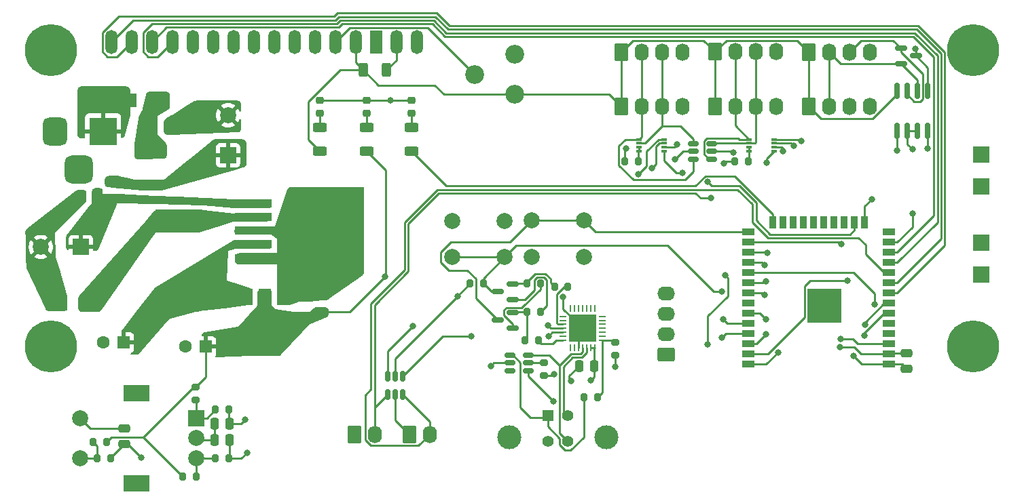
<source format=gbr>
%TF.GenerationSoftware,KiCad,Pcbnew,6.0.11+dfsg-1~bpo11+1*%
%TF.CreationDate,2023-07-11T21:35:55+02:00*%
%TF.ProjectId,main_board,6d61696e-5f62-46f6-9172-642e6b696361,rev?*%
%TF.SameCoordinates,PX3b1adc0PY158f0b0*%
%TF.FileFunction,Copper,L1,Top*%
%TF.FilePolarity,Positive*%
%FSLAX46Y46*%
G04 Gerber Fmt 4.6, Leading zero omitted, Abs format (unit mm)*
G04 Created by KiCad (PCBNEW 6.0.11+dfsg-1~bpo11+1) date 2023-07-11 21:35:55*
%MOMM*%
%LPD*%
G01*
G04 APERTURE LIST*
G04 Aperture macros list*
%AMRoundRect*
0 Rectangle with rounded corners*
0 $1 Rounding radius*
0 $2 $3 $4 $5 $6 $7 $8 $9 X,Y pos of 4 corners*
0 Add a 4 corners polygon primitive as box body*
4,1,4,$2,$3,$4,$5,$6,$7,$8,$9,$2,$3,0*
0 Add four circle primitives for the rounded corners*
1,1,$1+$1,$2,$3*
1,1,$1+$1,$4,$5*
1,1,$1+$1,$6,$7*
1,1,$1+$1,$8,$9*
0 Add four rect primitives between the rounded corners*
20,1,$1+$1,$2,$3,$4,$5,0*
20,1,$1+$1,$4,$5,$6,$7,0*
20,1,$1+$1,$6,$7,$8,$9,0*
20,1,$1+$1,$8,$9,$2,$3,0*%
G04 Aperture macros list end*
%TA.AperFunction,SMDPad,CuDef*%
%ADD10RoundRect,0.250000X0.312500X0.625000X-0.312500X0.625000X-0.312500X-0.625000X0.312500X-0.625000X0*%
%TD*%
%TA.AperFunction,SMDPad,CuDef*%
%ADD11R,2.500000X1.800000*%
%TD*%
%TA.AperFunction,ComponentPad*%
%ADD12RoundRect,0.250000X-0.620000X-0.845000X0.620000X-0.845000X0.620000X0.845000X-0.620000X0.845000X0*%
%TD*%
%TA.AperFunction,ComponentPad*%
%ADD13O,1.740000X2.190000*%
%TD*%
%TA.AperFunction,ComponentPad*%
%ADD14R,2.000000X2.000000*%
%TD*%
%TA.AperFunction,ComponentPad*%
%ADD15C,2.000000*%
%TD*%
%TA.AperFunction,SMDPad,CuDef*%
%ADD16RoundRect,0.250000X0.250000X0.475000X-0.250000X0.475000X-0.250000X-0.475000X0.250000X-0.475000X0*%
%TD*%
%TA.AperFunction,SMDPad,CuDef*%
%ADD17RoundRect,0.200000X0.200000X0.275000X-0.200000X0.275000X-0.200000X-0.275000X0.200000X-0.275000X0*%
%TD*%
%TA.AperFunction,ComponentPad*%
%ADD18R,3.500000X3.500000*%
%TD*%
%TA.AperFunction,ComponentPad*%
%ADD19RoundRect,0.750000X-0.750000X-1.000000X0.750000X-1.000000X0.750000X1.000000X-0.750000X1.000000X0*%
%TD*%
%TA.AperFunction,ComponentPad*%
%ADD20RoundRect,0.875000X-0.875000X-0.875000X0.875000X-0.875000X0.875000X0.875000X-0.875000X0.875000X0*%
%TD*%
%TA.AperFunction,SMDPad,CuDef*%
%ADD21RoundRect,0.250000X-1.450000X0.312500X-1.450000X-0.312500X1.450000X-0.312500X1.450000X0.312500X0*%
%TD*%
%TA.AperFunction,SMDPad,CuDef*%
%ADD22RoundRect,0.218750X-0.381250X0.218750X-0.381250X-0.218750X0.381250X-0.218750X0.381250X0.218750X0*%
%TD*%
%TA.AperFunction,SMDPad,CuDef*%
%ADD23RoundRect,0.200000X-0.200000X-0.275000X0.200000X-0.275000X0.200000X0.275000X-0.200000X0.275000X0*%
%TD*%
%TA.AperFunction,SMDPad,CuDef*%
%ADD24RoundRect,0.218750X-0.256250X0.218750X-0.256250X-0.218750X0.256250X-0.218750X0.256250X0.218750X0*%
%TD*%
%TA.AperFunction,SMDPad,CuDef*%
%ADD25RoundRect,0.150000X0.512500X0.150000X-0.512500X0.150000X-0.512500X-0.150000X0.512500X-0.150000X0*%
%TD*%
%TA.AperFunction,SMDPad,CuDef*%
%ADD26RoundRect,0.200000X-0.275000X0.200000X-0.275000X-0.200000X0.275000X-0.200000X0.275000X0.200000X0*%
%TD*%
%TA.AperFunction,ComponentPad*%
%ADD27C,2.340000*%
%TD*%
%TA.AperFunction,SMDPad,CuDef*%
%ADD28RoundRect,0.150000X0.587500X0.150000X-0.587500X0.150000X-0.587500X-0.150000X0.587500X-0.150000X0*%
%TD*%
%TA.AperFunction,SMDPad,CuDef*%
%ADD29R,1.400000X1.300000*%
%TD*%
%TA.AperFunction,SMDPad,CuDef*%
%ADD30RoundRect,0.150000X0.150000X-0.512500X0.150000X0.512500X-0.150000X0.512500X-0.150000X-0.512500X0*%
%TD*%
%TA.AperFunction,SMDPad,CuDef*%
%ADD31R,1.500000X2.000000*%
%TD*%
%TA.AperFunction,SMDPad,CuDef*%
%ADD32R,3.800000X2.000000*%
%TD*%
%TA.AperFunction,SMDPad,CuDef*%
%ADD33RoundRect,0.250000X-0.475000X0.250000X-0.475000X-0.250000X0.475000X-0.250000X0.475000X0.250000X0*%
%TD*%
%TA.AperFunction,SMDPad,CuDef*%
%ADD34RoundRect,0.150000X0.150000X-0.825000X0.150000X0.825000X-0.150000X0.825000X-0.150000X-0.825000X0*%
%TD*%
%TA.AperFunction,SMDPad,CuDef*%
%ADD35R,0.800000X0.300000*%
%TD*%
%TA.AperFunction,SMDPad,CuDef*%
%ADD36RoundRect,0.150000X-0.512500X-0.150000X0.512500X-0.150000X0.512500X0.150000X-0.512500X0.150000X0*%
%TD*%
%TA.AperFunction,ComponentPad*%
%ADD37R,1.600000X1.600000*%
%TD*%
%TA.AperFunction,ComponentPad*%
%ADD38C,1.600000*%
%TD*%
%TA.AperFunction,SMDPad,CuDef*%
%ADD39RoundRect,0.250000X0.475000X-0.250000X0.475000X0.250000X-0.475000X0.250000X-0.475000X-0.250000X0*%
%TD*%
%TA.AperFunction,SMDPad,CuDef*%
%ADD40RoundRect,0.150000X-0.587500X-0.150000X0.587500X-0.150000X0.587500X0.150000X-0.587500X0.150000X0*%
%TD*%
%TA.AperFunction,SMDPad,CuDef*%
%ADD41RoundRect,0.250000X0.625000X-0.312500X0.625000X0.312500X-0.625000X0.312500X-0.625000X-0.312500X0*%
%TD*%
%TA.AperFunction,SMDPad,CuDef*%
%ADD42R,1.500000X0.900000*%
%TD*%
%TA.AperFunction,SMDPad,CuDef*%
%ADD43R,0.900000X1.500000*%
%TD*%
%TA.AperFunction,HeatsinkPad*%
%ADD44C,0.475000*%
%TD*%
%TA.AperFunction,SMDPad,CuDef*%
%ADD45R,1.050000X1.050000*%
%TD*%
%TA.AperFunction,SMDPad,CuDef*%
%ADD46R,4.200000X4.200000*%
%TD*%
%TA.AperFunction,SMDPad,CuDef*%
%ADD47RoundRect,0.200000X0.275000X-0.200000X0.275000X0.200000X-0.275000X0.200000X-0.275000X-0.200000X0*%
%TD*%
%TA.AperFunction,SMDPad,CuDef*%
%ADD48RoundRect,0.062500X0.062500X-0.337500X0.062500X0.337500X-0.062500X0.337500X-0.062500X-0.337500X0*%
%TD*%
%TA.AperFunction,SMDPad,CuDef*%
%ADD49RoundRect,0.062500X0.337500X-0.062500X0.337500X0.062500X-0.337500X0.062500X-0.337500X-0.062500X0*%
%TD*%
%TA.AperFunction,SMDPad,CuDef*%
%ADD50R,3.350000X3.350000*%
%TD*%
%TA.AperFunction,SMDPad,CuDef*%
%ADD51R,1.300000X1.400000*%
%TD*%
%TA.AperFunction,SMDPad,CuDef*%
%ADD52R,4.600000X1.100000*%
%TD*%
%TA.AperFunction,SMDPad,CuDef*%
%ADD53R,9.400000X10.800000*%
%TD*%
%TA.AperFunction,SMDPad,CuDef*%
%ADD54R,5.400000X2.900000*%
%TD*%
%TA.AperFunction,ComponentPad*%
%ADD55RoundRect,0.250000X0.845000X-0.620000X0.845000X0.620000X-0.845000X0.620000X-0.845000X-0.620000X0*%
%TD*%
%TA.AperFunction,ComponentPad*%
%ADD56O,2.190000X1.740000*%
%TD*%
%TA.AperFunction,ComponentPad*%
%ADD57R,3.200000X2.000000*%
%TD*%
%TA.AperFunction,ComponentPad*%
%ADD58C,6.500000*%
%TD*%
%TA.AperFunction,ComponentPad*%
%ADD59R,1.500000X3.000000*%
%TD*%
%TA.AperFunction,ComponentPad*%
%ADD60O,1.500000X3.000000*%
%TD*%
%TA.AperFunction,ComponentPad*%
%ADD61R,1.400000X1.400000*%
%TD*%
%TA.AperFunction,ComponentPad*%
%ADD62C,1.400000*%
%TD*%
%TA.AperFunction,ComponentPad*%
%ADD63C,3.000000*%
%TD*%
%TA.AperFunction,ViaPad*%
%ADD64C,0.800000*%
%TD*%
%TA.AperFunction,Conductor*%
%ADD65C,0.250000*%
%TD*%
G04 APERTURE END LIST*
D10*
%TO.P,R1,1*%
%TO.N,Net-(R1-Pad1)*%
X41848500Y-2540000D03*
%TO.P,R1,2*%
%TO.N,+5V*%
X38923500Y-2540000D03*
%TD*%
D11*
%TO.P,D203,1,K*%
%TO.N,Net-(D203-Pad1)*%
X4794000Y-31750000D03*
%TO.P,D203,2,A*%
%TO.N,GND*%
X794000Y-31750000D03*
%TD*%
D12*
%TO.P,J3,1,Pin_1*%
%TO.N,GND*%
X37846000Y-48026000D03*
D13*
%TO.P,J3,2,Pin_2*%
%TO.N,/TRIG_BTN*%
X40386000Y-48026000D03*
%TD*%
D12*
%TO.P,J7,1,Pin_1*%
%TO.N,+5V*%
X71120000Y-7112000D03*
D13*
%TO.P,J7,2,Pin_2*%
%TO.N,Net-(J7-Pad2)*%
X73660000Y-7112000D03*
%TO.P,J7,3,Pin_3*%
%TO.N,Net-(J7-Pad3)*%
X76200000Y-7112000D03*
%TO.P,J7,4,Pin_4*%
%TO.N,GND*%
X78740000Y-7112000D03*
%TD*%
D14*
%TO.P,C202,1*%
%TO.N,+12V*%
X3759354Y-24638000D03*
D15*
%TO.P,C202,2*%
%TO.N,GND*%
X-1240646Y-24638000D03*
%TD*%
D16*
%TO.P,C203,1*%
%TO.N,+12V*%
X5776000Y-18288000D03*
%TO.P,C203,2*%
%TO.N,GND*%
X3876000Y-18288000D03*
%TD*%
D17*
%TO.P,R9,1*%
%TO.N,/INPUT_A*%
X22161000Y-44958000D03*
%TO.P,R9,2*%
%TO.N,Net-(R12-Pad2)*%
X20511000Y-44958000D03*
%TD*%
D18*
%TO.P,J1,1,Pin_1*%
%TO.N,/Power supply/12V_in*%
X6508000Y-10218500D03*
D19*
%TO.P,J1,2,Pin_2*%
%TO.N,GND*%
X508000Y-10218500D03*
D20*
%TO.P,J1,3*%
%TO.N,N/C*%
X3508000Y-14918500D03*
%TD*%
D21*
%TO.P,F201,1*%
%TO.N,Net-(D201-Pad1)*%
X12446000Y-12721500D03*
%TO.P,F201,2*%
%TO.N,Net-(C201-Pad1)*%
X12446000Y-16996500D03*
%TD*%
D15*
%TO.P,SW301,1*%
%TO.N,/BOOT*%
X59944000Y-21336000D03*
X66444000Y-21336000D03*
%TO.P,SW301,2*%
%TO.N,GND*%
X59944000Y-25836000D03*
X66444000Y-25836000D03*
%TD*%
D17*
%TO.P,R307,1*%
%TO.N,Net-(U302-Pad24)*%
X64452000Y-29591000D03*
%TO.P,R307,2*%
%TO.N,Net-(Q302-Pad2)*%
X62802000Y-29591000D03*
%TD*%
D22*
%TO.P,FB201,1*%
%TO.N,Net-(C201-Pad1)*%
X7620000Y-16463500D03*
%TO.P,FB201,2*%
%TO.N,+12V*%
X7620000Y-18588500D03*
%TD*%
D23*
%TO.P,R6,1*%
%TO.N,+5V*%
X85281000Y-13970000D03*
%TO.P,R6,2*%
%TO.N,Net-(R6-Pad2)*%
X86931000Y-13970000D03*
%TD*%
D24*
%TO.P,D205,1,K*%
%TO.N,GND*%
X39370000Y-6324500D03*
%TO.P,D205,2,A*%
%TO.N,Net-(D205-Pad2)*%
X39370000Y-7899500D03*
%TD*%
D12*
%TO.P,J9,1,Pin_1*%
%TO.N,+5V*%
X82804000Y-7112000D03*
D13*
%TO.P,J9,2,Pin_2*%
%TO.N,Net-(J10-Pad2)*%
X85344000Y-7112000D03*
%TO.P,J9,3,Pin_3*%
%TO.N,Net-(J10-Pad3)*%
X87884000Y-7112000D03*
%TO.P,J9,4,Pin_4*%
%TO.N,GND*%
X90424000Y-7112000D03*
%TD*%
D25*
%TO.P,U11,1,IO1*%
%TO.N,Net-(J10-Pad2)*%
X82417500Y-13650000D03*
%TO.P,U11,2,VN*%
%TO.N,GND*%
X82417500Y-12700000D03*
%TO.P,U11,3,IO2*%
%TO.N,Net-(J10-Pad3)*%
X82417500Y-11750000D03*
%TO.P,U11,4,IO3*%
%TO.N,Net-(J7-Pad3)*%
X80142500Y-11750000D03*
%TO.P,U11,5,VP*%
%TO.N,+5V*%
X80142500Y-12700000D03*
%TO.P,U11,6,IO4*%
%TO.N,Net-(J7-Pad2)*%
X80142500Y-13650000D03*
%TD*%
D26*
%TO.P,R301,1*%
%TO.N,Net-(R301-Pad1)*%
X70358000Y-36513000D03*
%TO.P,R301,2*%
%TO.N,GND*%
X70358000Y-38163000D03*
%TD*%
D27*
%TO.P,RV1,1,1*%
%TO.N,GND*%
X57872000Y-573000D03*
%TO.P,RV1,2,2*%
%TO.N,Net-(RV1-Pad2)*%
X52872000Y-3073000D03*
%TO.P,RV1,3,3*%
%TO.N,+5V*%
X57872000Y-5573000D03*
%TD*%
D28*
%TO.P,Q301,1,B*%
%TO.N,Net-(Q301-Pad1)*%
X57579500Y-34732000D03*
%TO.P,Q301,2,E*%
%TO.N,Net-(Q301-Pad2)*%
X57579500Y-32832000D03*
%TO.P,Q301,3,C*%
%TO.N,/BOOT*%
X55704500Y-33782000D03*
%TD*%
D29*
%TO.P,D206,1,A1*%
%TO.N,+3V3*%
X31496000Y-33708000D03*
%TO.P,D206,2,A2*%
%TO.N,GND*%
X31496000Y-30808000D03*
%TD*%
D12*
%TO.P,J4,1,Pin_1*%
%TO.N,GND*%
X44704000Y-48026000D03*
D13*
%TO.P,J4,2,Pin_2*%
%TO.N,/SIDE_BTN*%
X47244000Y-48026000D03*
%TD*%
D23*
%TO.P,R304,1*%
%TO.N,Net-(Q301-Pad2)*%
X59373000Y-32766000D03*
%TO.P,R304,2*%
%TO.N,Net-(Q302-Pad1)*%
X61023000Y-32766000D03*
%TD*%
D26*
%TO.P,R12,1*%
%TO.N,+3V3*%
X18034000Y-42101000D03*
%TO.P,R12,2*%
%TO.N,Net-(R12-Pad2)*%
X18034000Y-43751000D03*
%TD*%
D16*
%TO.P,C12,1*%
%TO.N,/INPUT_A*%
X22286000Y-46736000D03*
%TO.P,C12,2*%
%TO.N,GND*%
X20386000Y-46736000D03*
%TD*%
D30*
%TO.P,U9,1,IO1*%
%TO.N,/TRIG_BTN*%
X41976000Y-43047500D03*
%TO.P,U9,2,VN*%
%TO.N,GND*%
X42926000Y-43047500D03*
%TO.P,U9,3,IO2*%
%TO.N,/SIDE_BTN*%
X43876000Y-43047500D03*
%TO.P,U9,4,IO3*%
%TO.N,/UART_MISO*%
X43876000Y-40772500D03*
%TO.P,U9,5,VP*%
%TO.N,+3V3*%
X42926000Y-40772500D03*
%TO.P,U9,6,IO4*%
%TO.N,/UART_MOSI*%
X41976000Y-40772500D03*
%TD*%
D31*
%TO.P,U202,1,GND*%
%TO.N,GND*%
X28970000Y-30886000D03*
%TO.P,U202,2,VO*%
%TO.N,+3V3*%
X26670000Y-30886000D03*
D32*
X26670000Y-37186000D03*
D31*
%TO.P,U202,3,VI*%
%TO.N,+5V*%
X24370000Y-30886000D03*
%TD*%
D23*
%TO.P,R5,1*%
%TO.N,+5V*%
X71565000Y-13970000D03*
%TO.P,R5,2*%
%TO.N,Net-(R5-Pad2)*%
X73215000Y-13970000D03*
%TD*%
D33*
%TO.P,C4,1*%
%TO.N,+3V3*%
X106680000Y-37912000D03*
%TO.P,C4,2*%
%TO.N,GND*%
X106680000Y-39812000D03*
%TD*%
D24*
%TO.P,D204,1,K*%
%TO.N,GND*%
X33528000Y-6324500D03*
%TO.P,D204,2,A*%
%TO.N,Net-(D204-Pad2)*%
X33528000Y-7899500D03*
%TD*%
D34*
%TO.P,U8,1,RO*%
%TO.N,/UART2_RX*%
X105537000Y-10095000D03*
%TO.P,U8,2,~{RE}*%
%TO.N,/RS485_TXE*%
X106807000Y-10095000D03*
%TO.P,U8,3,DE*%
X108077000Y-10095000D03*
%TO.P,U8,4,DI*%
%TO.N,/UART2_TX*%
X109347000Y-10095000D03*
%TO.P,U8,5,GND*%
%TO.N,GND*%
X109347000Y-5145000D03*
%TO.P,U8,6,A*%
%TO.N,Net-(D8-Pad2)*%
X108077000Y-5145000D03*
%TO.P,U8,7,B*%
%TO.N,Net-(D8-Pad1)*%
X106807000Y-5145000D03*
%TO.P,U8,8,VCC*%
%TO.N,+5V*%
X105537000Y-5145000D03*
%TD*%
D17*
%TO.P,R13,1*%
%TO.N,+3V3*%
X6921000Y-49022000D03*
%TO.P,R13,2*%
%TO.N,Net-(R13-Pad2)*%
X5271000Y-49022000D03*
%TD*%
D23*
%TO.P,R303,1*%
%TO.N,Net-(Q302-Pad2)*%
X59373000Y-29210000D03*
%TO.P,R303,2*%
%TO.N,Net-(Q301-Pad1)*%
X61023000Y-29210000D03*
%TD*%
D35*
%TO.P,U4,1,GND*%
%TO.N,GND*%
X76480000Y-12688000D03*
%TO.P,U4,2,VREF1*%
%TO.N,+3V3*%
X76480000Y-12188000D03*
%TO.P,U4,3,SCL1*%
%TO.N,/SCL_PERIPH*%
X76480000Y-11688000D03*
%TO.P,U4,4,SDA1*%
%TO.N,/SDA_PERIPH*%
X76480000Y-11188000D03*
%TO.P,U4,5,SDA2*%
%TO.N,Net-(J7-Pad2)*%
X73380000Y-11188000D03*
%TO.P,U4,6,SCL2*%
%TO.N,Net-(J7-Pad3)*%
X73380000Y-11688000D03*
%TO.P,U4,7,VREF2*%
%TO.N,Net-(R5-Pad2)*%
X73380000Y-12188000D03*
%TO.P,U4,8,EN*%
X73380000Y-12688000D03*
%TD*%
D23*
%TO.P,R14,1*%
%TO.N,Net-(R13-Pad2)*%
X5779000Y-51054000D03*
%TO.P,R14,2*%
%TO.N,/INPUT_SW*%
X7429000Y-51054000D03*
%TD*%
D35*
%TO.P,U5,1,GND*%
%TO.N,GND*%
X90196000Y-12688000D03*
%TO.P,U5,2,VREF1*%
%TO.N,+3V3*%
X90196000Y-12188000D03*
%TO.P,U5,3,SCL1*%
%TO.N,/SCL_MOTOR*%
X90196000Y-11688000D03*
%TO.P,U5,4,SDA1*%
%TO.N,/SDA_MOTOR*%
X90196000Y-11188000D03*
%TO.P,U5,5,SDA2*%
%TO.N,Net-(J10-Pad2)*%
X87096000Y-11188000D03*
%TO.P,U5,6,SCL2*%
%TO.N,Net-(J10-Pad3)*%
X87096000Y-11688000D03*
%TO.P,U5,7,VREF2*%
%TO.N,Net-(R6-Pad2)*%
X87096000Y-12188000D03*
%TO.P,U5,8,EN*%
X87096000Y-12688000D03*
%TD*%
D17*
%TO.P,R308,1*%
%TO.N,Net-(U302-Pad28)*%
X60769000Y-36322000D03*
%TO.P,R308,2*%
%TO.N,Net-(Q301-Pad2)*%
X59119000Y-36322000D03*
%TD*%
D36*
%TO.P,U301,1,IO1*%
%TO.N,Net-(J301-Pad1)*%
X57282500Y-38166000D03*
%TO.P,U301,2,VN*%
%TO.N,GND*%
X57282500Y-39116000D03*
%TO.P,U301,3,IO2*%
%TO.N,unconnected-(U301-Pad3)*%
X57282500Y-40066000D03*
%TO.P,U301,4,IO3*%
%TO.N,Net-(J301-Pad2)*%
X59557500Y-40066000D03*
%TO.P,U301,5,VP*%
%TO.N,Net-(U301-Pad5)*%
X59557500Y-39116000D03*
%TO.P,U301,6,IO4*%
%TO.N,Net-(J301-Pad3)*%
X59557500Y-38166000D03*
%TD*%
D16*
%TO.P,C13,1*%
%TO.N,/INPUT_B*%
X22286000Y-48768000D03*
%TO.P,C13,2*%
%TO.N,GND*%
X20386000Y-48768000D03*
%TD*%
D12*
%TO.P,J10,1,Pin_1*%
%TO.N,+5V*%
X82804000Y-254000D03*
D13*
%TO.P,J10,2,Pin_2*%
%TO.N,Net-(J10-Pad2)*%
X85344000Y-254000D03*
%TO.P,J10,3,Pin_3*%
%TO.N,Net-(J10-Pad3)*%
X87884000Y-254000D03*
%TO.P,J10,4,Pin_4*%
%TO.N,GND*%
X90424000Y-254000D03*
%TD*%
D16*
%TO.P,C301,1*%
%TO.N,+3V3*%
X67752000Y-39497000D03*
%TO.P,C301,2*%
%TO.N,GND*%
X65852000Y-39497000D03*
%TD*%
D12*
%TO.P,J13,1,Pin_1*%
%TO.N,+5V*%
X94488000Y-274000D03*
D13*
%TO.P,J13,2,Pin_2*%
%TO.N,Net-(D8-Pad2)*%
X97028000Y-274000D03*
%TO.P,J13,3,Pin_3*%
%TO.N,Net-(D8-Pad1)*%
X99568000Y-274000D03*
%TO.P,J13,4,Pin_4*%
%TO.N,GND*%
X102108000Y-274000D03*
%TD*%
D11*
%TO.P,D201,1,K*%
%TO.N,Net-(D201-Pad1)*%
X13430000Y-6350000D03*
%TO.P,D201,2,A*%
%TO.N,/Power supply/12V_in*%
X9430000Y-6350000D03*
%TD*%
D17*
%TO.P,R11,1*%
%TO.N,Net-(R10-Pad1)*%
X18097000Y-53340000D03*
%TO.P,R11,2*%
%TO.N,+3V3*%
X16447000Y-53340000D03*
%TD*%
D37*
%TO.P,C204,1*%
%TO.N,+5V*%
X9056380Y-36576000D03*
D38*
%TO.P,C204,2*%
%TO.N,GND*%
X6556380Y-36576000D03*
%TD*%
D39*
%TO.P,C206,1*%
%TO.N,+3V3*%
X33782000Y-32700000D03*
%TO.P,C206,2*%
%TO.N,GND*%
X33782000Y-30800000D03*
%TD*%
D40*
%TO.P,D8,1,K*%
%TO.N,Net-(D8-Pad1)*%
X105996500Y188000D03*
%TO.P,D8,2,K*%
%TO.N,Net-(D8-Pad2)*%
X105996500Y-1712000D03*
%TO.P,D8,3,A*%
%TO.N,GND*%
X107871500Y-762000D03*
%TD*%
D41*
%TO.P,R201,1*%
%TO.N,+5V*%
X33528000Y-12638500D03*
%TO.P,R201,2*%
%TO.N,Net-(D204-Pad2)*%
X33528000Y-9713500D03*
%TD*%
D15*
%TO.P,SW302,1*%
%TO.N,GND*%
X50090000Y-21372000D03*
X56590000Y-21372000D03*
%TO.P,SW302,2*%
%TO.N,/RESET*%
X50090000Y-25872000D03*
X56590000Y-25872000D03*
%TD*%
D39*
%TO.P,C14,1*%
%TO.N,/INPUT_SW*%
X9144000Y-49210000D03*
%TO.P,C14,2*%
%TO.N,GND*%
X9144000Y-47310000D03*
%TD*%
D23*
%TO.P,R305,1*%
%TO.N,+3V3*%
X52261000Y-29210000D03*
%TO.P,R305,2*%
%TO.N,/RESET*%
X53911000Y-29210000D03*
%TD*%
D14*
%TO.P,C201,1*%
%TO.N,Net-(C201-Pad1)*%
X22098000Y-13183217D03*
D15*
%TO.P,C201,2*%
%TO.N,GND*%
X22098000Y-8183217D03*
%TD*%
D42*
%TO.P,U3,1,GND*%
%TO.N,GND*%
X104508000Y-39283000D03*
%TO.P,U3,2,VDD*%
%TO.N,+3V3*%
X104508000Y-38013000D03*
%TO.P,U3,3,EN*%
%TO.N,/RESET*%
X104508000Y-36743000D03*
%TO.P,U3,4,SENSOR_VP*%
%TO.N,unconnected-(U3-Pad4)*%
X104508000Y-35473000D03*
%TO.P,U3,5,SENSOR_VN*%
%TO.N,unconnected-(U3-Pad5)*%
X104508000Y-34203000D03*
%TO.P,U3,6,IO34*%
%TO.N,/INPUT_A*%
X104508000Y-32933000D03*
%TO.P,U3,7,IO35*%
%TO.N,/INPUT_B*%
X104508000Y-31663000D03*
%TO.P,U3,8,IO32*%
%TO.N,/LCD_DB6*%
X104508000Y-30393000D03*
%TO.P,U3,9,IO33*%
%TO.N,/LCD_DB7*%
X104508000Y-29123000D03*
%TO.P,U3,10,IO25*%
%TO.N,/SIDE_BTN*%
X104508000Y-27853000D03*
%TO.P,U3,11,IO26*%
%TO.N,/LCD_DB4*%
X104508000Y-26583000D03*
%TO.P,U3,12,IO27*%
%TO.N,/LCD_DB5*%
X104508000Y-25313000D03*
%TO.P,U3,13,IO14*%
%TO.N,/LCD_RS*%
X104508000Y-24043000D03*
%TO.P,U3,14,IO12*%
%TO.N,unconnected-(U3-Pad14)*%
X104508000Y-22773000D03*
D43*
%TO.P,U3,15,GND*%
%TO.N,GND*%
X101468000Y-21523000D03*
%TO.P,U3,16,IO13*%
%TO.N,/TRIG_BTN*%
X100198000Y-21523000D03*
%TO.P,U3,17,SHD/SD2*%
%TO.N,unconnected-(U3-Pad17)*%
X98928000Y-21523000D03*
%TO.P,U3,18,SWP/SD3*%
%TO.N,unconnected-(U3-Pad18)*%
X97658000Y-21523000D03*
%TO.P,U3,19,SCS/CMD*%
%TO.N,unconnected-(U3-Pad19)*%
X96388000Y-21523000D03*
%TO.P,U3,20,SCK/CLK*%
%TO.N,unconnected-(U3-Pad20)*%
X95118000Y-21523000D03*
%TO.P,U3,21,SDO/SD0*%
%TO.N,unconnected-(U3-Pad21)*%
X93848000Y-21523000D03*
%TO.P,U3,22,SDI/SD1*%
%TO.N,unconnected-(U3-Pad22)*%
X92578000Y-21523000D03*
%TO.P,U3,23,IO15*%
%TO.N,unconnected-(U3-Pad23)*%
X91308000Y-21523000D03*
%TO.P,U3,24,IO2*%
%TO.N,Net-(R4-Pad1)*%
X90038000Y-21523000D03*
D42*
%TO.P,U3,25,IO0*%
%TO.N,/BOOT*%
X87008000Y-22773000D03*
%TO.P,U3,26,IO4*%
%TO.N,/RS485_TXE*%
X87008000Y-24043000D03*
%TO.P,U3,27,IO16*%
%TO.N,/SDA_PERIPH*%
X87008000Y-25313000D03*
%TO.P,U3,28,IO17*%
%TO.N,/SCL_PERIPH*%
X87008000Y-26583000D03*
%TO.P,U3,29,IO5*%
%TO.N,/INPUT_SW*%
X87008000Y-27853000D03*
%TO.P,U3,30,IO18*%
%TO.N,/SDA_MOTOR*%
X87008000Y-29123000D03*
%TO.P,U3,31,IO19*%
%TO.N,/SCL_MOTOR*%
X87008000Y-30393000D03*
%TO.P,U3,32,NC*%
%TO.N,unconnected-(U3-Pad32)*%
X87008000Y-31663000D03*
%TO.P,U3,33,IO21*%
%TO.N,/UART2_RX*%
X87008000Y-32933000D03*
%TO.P,U3,34,RXD0/IO3*%
%TO.N,/UART_MOSI*%
X87008000Y-34203000D03*
%TO.P,U3,35,TXD0/IO1*%
%TO.N,/UART_MISO*%
X87008000Y-35473000D03*
%TO.P,U3,36,IO22*%
%TO.N,/UART2_TX*%
X87008000Y-36743000D03*
%TO.P,U3,37,IO23*%
%TO.N,/LCD_E*%
X87008000Y-38013000D03*
%TO.P,U3,38,GND*%
%TO.N,GND*%
X87008000Y-39283000D03*
D44*
%TO.P,U3,39,GND*%
X94913000Y-32705500D03*
D45*
X96438000Y-31943000D03*
X94913000Y-31943000D03*
X96438000Y-30418000D03*
D44*
X95675500Y-33468000D03*
X95675500Y-30418000D03*
X95675500Y-31943000D03*
D45*
X97963000Y-33468000D03*
D44*
X97200500Y-33468000D03*
D46*
X96438000Y-31943000D03*
D45*
X94913000Y-33468000D03*
X97963000Y-31943000D03*
D44*
X97200500Y-31943000D03*
D45*
X97963000Y-30418000D03*
X94913000Y-30418000D03*
D44*
X96438000Y-31180500D03*
D45*
X96438000Y-33468000D03*
D44*
X97963000Y-31180500D03*
X96438000Y-32705500D03*
X97200500Y-30418000D03*
X94913000Y-31180500D03*
X97963000Y-32705500D03*
%TD*%
D28*
%TO.P,Q302,1,B*%
%TO.N,Net-(Q302-Pad1)*%
X57579500Y-31176000D03*
%TO.P,Q302,2,E*%
%TO.N,Net-(Q302-Pad2)*%
X57579500Y-29276000D03*
%TO.P,Q302,3,C*%
%TO.N,/RESET*%
X55704500Y-30226000D03*
%TD*%
D47*
%TO.P,R306,1*%
%TO.N,+5V*%
X61468000Y-40703000D03*
%TO.P,R306,2*%
%TO.N,Net-(U301-Pad5)*%
X61468000Y-39053000D03*
%TD*%
D41*
%TO.P,R202,1*%
%TO.N,+3V3*%
X39370000Y-12638500D03*
%TO.P,R202,2*%
%TO.N,Net-(D205-Pad2)*%
X39370000Y-9713500D03*
%TD*%
D48*
%TO.P,U302,1,~{DCD}*%
%TO.N,unconnected-(U302-Pad1)*%
X64794000Y-37248000D03*
%TO.P,U302,2,~{RI}/CLK*%
%TO.N,unconnected-(U302-Pad2)*%
X65294000Y-37248000D03*
%TO.P,U302,3,GND*%
%TO.N,GND*%
X65794000Y-37248000D03*
%TO.P,U302,4,D+*%
%TO.N,Net-(J301-Pad3)*%
X66294000Y-37248000D03*
%TO.P,U302,5,D-*%
%TO.N,Net-(J301-Pad2)*%
X66794000Y-37248000D03*
%TO.P,U302,6,VDD*%
%TO.N,+3V3*%
X67294000Y-37248000D03*
%TO.P,U302,7,VREGIN*%
X67794000Y-37248000D03*
D49*
%TO.P,U302,8,VBUS*%
%TO.N,Net-(R301-Pad1)*%
X68744000Y-36298000D03*
%TO.P,U302,9,~{RST}*%
%TO.N,unconnected-(U302-Pad9)*%
X68744000Y-35798000D03*
%TO.P,U302,10,NC*%
%TO.N,unconnected-(U302-Pad10)*%
X68744000Y-35298000D03*
%TO.P,U302,11,~{SUSPEND}*%
%TO.N,unconnected-(U302-Pad11)*%
X68744000Y-34798000D03*
%TO.P,U302,12,SUSPEND*%
%TO.N,unconnected-(U302-Pad12)*%
X68744000Y-34298000D03*
%TO.P,U302,13,CHREN*%
%TO.N,unconnected-(U302-Pad13)*%
X68744000Y-33798000D03*
%TO.P,U302,14,CHR1*%
%TO.N,unconnected-(U302-Pad14)*%
X68744000Y-33298000D03*
D48*
%TO.P,U302,15,CHR0*%
%TO.N,unconnected-(U302-Pad15)*%
X67794000Y-32348000D03*
%TO.P,U302,16,~{WAKEUP}/GPIO.3*%
%TO.N,unconnected-(U302-Pad16)*%
X67294000Y-32348000D03*
%TO.P,U302,17,RS485/GPIO.2*%
%TO.N,unconnected-(U302-Pad17)*%
X66794000Y-32348000D03*
%TO.P,U302,18,~{RXT}/GPIO.1*%
%TO.N,unconnected-(U302-Pad18)*%
X66294000Y-32348000D03*
%TO.P,U302,19,~{TXT}/GPIO.0*%
%TO.N,unconnected-(U302-Pad19)*%
X65794000Y-32348000D03*
%TO.P,U302,20,GPIO.6*%
%TO.N,unconnected-(U302-Pad20)*%
X65294000Y-32348000D03*
%TO.P,U302,21,GPIO.5*%
%TO.N,unconnected-(U302-Pad21)*%
X64794000Y-32348000D03*
D49*
%TO.P,U302,22,GPIO.4*%
%TO.N,unconnected-(U302-Pad22)*%
X63844000Y-33298000D03*
%TO.P,U302,23,~{CTS}*%
%TO.N,unconnected-(U302-Pad23)*%
X63844000Y-33798000D03*
%TO.P,U302,24,~{RTS}*%
%TO.N,Net-(U302-Pad24)*%
X63844000Y-34298000D03*
%TO.P,U302,25,RXD*%
%TO.N,/UART_MOSI*%
X63844000Y-34798000D03*
%TO.P,U302,26,TXD*%
%TO.N,/UART_MISO*%
X63844000Y-35298000D03*
%TO.P,U302,27,~{DSR}*%
%TO.N,unconnected-(U302-Pad27)*%
X63844000Y-35798000D03*
%TO.P,U302,28,~{DTR}*%
%TO.N,Net-(U302-Pad28)*%
X63844000Y-36298000D03*
D50*
%TO.P,U302,29,GND*%
%TO.N,GND*%
X66294000Y-34798000D03*
%TD*%
D51*
%TO.P,D202,1,A1*%
%TO.N,Net-(D201-Pad1)*%
X12012000Y-9706000D03*
%TO.P,D202,2,A2*%
%TO.N,GND*%
X14912000Y-9706000D03*
%TD*%
D24*
%TO.P,D4,1,K*%
%TO.N,GND*%
X44958000Y-6324500D03*
%TO.P,D4,2,A*%
%TO.N,Net-(D4-Pad2)*%
X44958000Y-7899500D03*
%TD*%
D37*
%TO.P,C205,1*%
%TO.N,+3V3*%
X19304000Y-37084000D03*
D38*
%TO.P,C205,2*%
%TO.N,GND*%
X16804000Y-37084000D03*
%TD*%
D52*
%TO.P,U201,1,VIN*%
%TO.N,+12V*%
X25213000Y-19206000D03*
%TO.P,U201,2,OUT*%
%TO.N,Net-(D203-Pad1)*%
X25213000Y-20906000D03*
%TO.P,U201,3,GND*%
%TO.N,GND*%
X25213000Y-22606000D03*
D53*
X34363000Y-22606000D03*
D52*
%TO.P,U201,4,FB*%
%TO.N,+5V*%
X25213000Y-24306000D03*
%TO.P,U201,5,~{ON}/OFF*%
%TO.N,GND*%
X25213000Y-26006000D03*
%TD*%
D23*
%TO.P,R10,1*%
%TO.N,Net-(R10-Pad1)*%
X20511000Y-51054000D03*
%TO.P,R10,2*%
%TO.N,/INPUT_B*%
X22161000Y-51054000D03*
%TD*%
%TO.P,R302,1*%
%TO.N,Net-(J301-Pad1)*%
X66485000Y-43434000D03*
%TO.P,R302,2*%
%TO.N,Net-(R301-Pad1)*%
X68135000Y-43434000D03*
%TD*%
D12*
%TO.P,J14,1,Pin_1*%
%TO.N,+5V*%
X94488000Y-7112000D03*
D13*
%TO.P,J14,2,Pin_2*%
%TO.N,Net-(D8-Pad2)*%
X97028000Y-7112000D03*
%TO.P,J14,3,Pin_3*%
%TO.N,Net-(D8-Pad1)*%
X99568000Y-7112000D03*
%TO.P,J14,4,Pin_4*%
%TO.N,GND*%
X102108000Y-7112000D03*
%TD*%
D12*
%TO.P,J8,1,Pin_1*%
%TO.N,+5V*%
X71120000Y-274000D03*
D13*
%TO.P,J8,2,Pin_2*%
%TO.N,Net-(J7-Pad2)*%
X73660000Y-274000D03*
%TO.P,J8,3,Pin_3*%
%TO.N,Net-(J7-Pad3)*%
X76200000Y-274000D03*
%TO.P,J8,4,Pin_4*%
%TO.N,GND*%
X78740000Y-274000D03*
%TD*%
D54*
%TO.P,L201,1,1*%
%TO.N,Net-(D203-Pad1)*%
X15748000Y-21382264D03*
%TO.P,L201,2,2*%
%TO.N,+5V*%
X15748000Y-31282264D03*
%TD*%
D55*
%TO.P,J302,1,Pin_1*%
%TO.N,unconnected-(J302-Pad1)*%
X76728000Y-38100000D03*
D56*
%TO.P,J302,2,Pin_2*%
%TO.N,/UART_MISO*%
X76728000Y-35560000D03*
%TO.P,J302,3,Pin_3*%
%TO.N,/UART_MOSI*%
X76728000Y-33020000D03*
%TO.P,J302,4,Pin_4*%
%TO.N,GND*%
X76728000Y-30480000D03*
%TD*%
D41*
%TO.P,R4,1*%
%TO.N,Net-(R4-Pad1)*%
X44958000Y-12638500D03*
%TO.P,R4,2*%
%TO.N,Net-(D4-Pad2)*%
X44958000Y-9713500D03*
%TD*%
D14*
%TO.P,SW3,A,A*%
%TO.N,Net-(R12-Pad2)*%
X18172000Y-46014000D03*
D15*
%TO.P,SW3,B,B*%
%TO.N,Net-(R10-Pad1)*%
X18172000Y-51014000D03*
%TO.P,SW3,C,C*%
%TO.N,GND*%
X18172000Y-48514000D03*
D57*
%TO.P,SW3,MP*%
%TO.N,N/C*%
X10672000Y-42914000D03*
X10672000Y-54114000D03*
D15*
%TO.P,SW3,S1,S1*%
%TO.N,Net-(R13-Pad2)*%
X3672000Y-51014000D03*
%TO.P,SW3,S2,S2*%
%TO.N,GND*%
X3672000Y-46014000D03*
%TD*%
D58*
%TO.P,U7,*%
%TO.N,*%
X115031000Y-37057500D03*
X31000Y-37057500D03*
X115031000Y-57500D03*
X31000Y-57500D03*
D59*
%TO.P,U7,1,VSS*%
%TO.N,GND*%
X40531000Y942500D03*
D60*
%TO.P,U7,2,VDD*%
%TO.N,+5V*%
X37991000Y942500D03*
%TO.P,U7,3,VO*%
%TO.N,Net-(RV1-Pad2)*%
X35451000Y942500D03*
%TO.P,U7,4,RS*%
%TO.N,/LCD_RS*%
X32911000Y942500D03*
%TO.P,U7,5,R/~{W}*%
%TO.N,GND*%
X30371000Y942500D03*
%TO.P,U7,6,E*%
%TO.N,/LCD_E*%
X27831000Y942500D03*
%TO.P,U7,7,DB0*%
%TO.N,unconnected-(U7-Pad7)*%
X25291000Y942500D03*
%TO.P,U7,8,DB1*%
%TO.N,unconnected-(U7-Pad8)*%
X22751000Y942500D03*
%TO.P,U7,9,DB2*%
%TO.N,unconnected-(U7-Pad9)*%
X20211000Y942500D03*
%TO.P,U7,10,DB3*%
%TO.N,unconnected-(U7-Pad10)*%
X17671000Y942500D03*
%TO.P,U7,11,DB4*%
%TO.N,/LCD_DB4*%
X15131000Y942500D03*
%TO.P,U7,12,DB5*%
%TO.N,/LCD_DB5*%
X12591000Y942500D03*
%TO.P,U7,13,DB6*%
%TO.N,/LCD_DB6*%
X10051000Y942500D03*
%TO.P,U7,14,DB7*%
%TO.N,/LCD_DB7*%
X7511000Y942500D03*
%TO.P,U7,15,A/VEE*%
%TO.N,Net-(R1-Pad1)*%
X43071000Y942500D03*
%TO.P,U7,16,K*%
%TO.N,GND*%
X45611000Y942500D03*
D14*
%TO.P,U7,A1,A1*%
%TO.N,unconnected-(U7-PadA1)*%
X116031000Y-13057500D03*
%TO.P,U7,A2,A2*%
%TO.N,unconnected-(U7-PadA2)*%
X116031000Y-24057500D03*
%TO.P,U7,K1,K1*%
%TO.N,unconnected-(U7-PadK1)*%
X116031000Y-17057500D03*
%TO.P,U7,K2,K2*%
%TO.N,unconnected-(U7-PadK2)*%
X116031000Y-28057500D03*
%TD*%
D61*
%TO.P,J301,1,VBUS*%
%TO.N,Net-(J301-Pad1)*%
X61976000Y-45720000D03*
D62*
%TO.P,J301,2,D-*%
%TO.N,Net-(J301-Pad2)*%
X64476000Y-45720000D03*
%TO.P,J301,3,D+*%
%TO.N,Net-(J301-Pad3)*%
X64476000Y-48920000D03*
%TO.P,J301,4,GND*%
%TO.N,GND*%
X61976000Y-48920000D03*
D63*
%TO.P,J301,5,Shield*%
X69246000Y-48430000D03*
X57206000Y-48430000D03*
%TD*%
D64*
%TO.N,+5V*%
X71755000Y-12319000D03*
X62726500Y-40513000D03*
X83947000Y-14224000D03*
X77851000Y-13716000D03*
%TO.N,GND*%
X29845000Y-28956000D03*
X107823000Y127000D03*
X63881000Y-30861000D03*
X54864000Y-39497000D03*
X78740000Y-15367000D03*
X31877000Y-28956000D03*
X36957000Y-28956000D03*
X70358000Y-39624000D03*
X34925000Y-28956000D03*
X28829000Y-28956000D03*
X33909000Y-28956000D03*
X64897000Y-41402000D03*
X32893000Y-28956000D03*
X102362000Y-18669000D03*
X89281000Y-14097000D03*
X30861000Y-28956000D03*
X35941000Y-28956000D03*
X90678000Y-37808500D03*
X100088548Y-38223051D03*
X42316500Y-6324500D03*
X85090000Y-12827000D03*
%TO.N,+3V3*%
X50705000Y-30766000D03*
X67310000Y-41275000D03*
X81915000Y-36830000D03*
X78105000Y-11811000D03*
X91313000Y-12700000D03*
X98424613Y-37130813D03*
X84074000Y-28194000D03*
X41656000Y-28321000D03*
%TO.N,/INPUT_A*%
X24257000Y-46228000D03*
X101473000Y-35687000D03*
%TO.N,/INPUT_B*%
X101509701Y-34326701D03*
X24447500Y-50355500D03*
%TO.N,/INPUT_SW*%
X102685000Y-31808000D03*
X11303000Y-50927000D03*
%TO.N,/UART_MOSI*%
X45148500Y-34480500D03*
X83820000Y-33655000D03*
X61976000Y-34417000D03*
%TO.N,/UART_MISO*%
X52387500Y-35750500D03*
X62039500Y-35750500D03*
X83693000Y-35941000D03*
%TO.N,/TRIG_BTN*%
X81915000Y-16510000D03*
X82296000Y-18542000D03*
%TO.N,/LCD_RS*%
X107442000Y-20447000D03*
%TO.N,/RS485_TXE*%
X107442000Y-12446000D03*
X98552000Y-24257000D03*
%TO.N,/UART2_RX*%
X89154000Y-33655000D03*
X105537000Y-12573000D03*
%TO.N,/UART2_TX*%
X109347000Y-12319000D03*
X89154000Y-35560000D03*
%TO.N,/LCD_E*%
X99314000Y-28829000D03*
%TO.N,/SDA_MOTOR*%
X89154000Y-28956000D03*
X93599000Y-11430000D03*
%TO.N,/SCL_MOTOR*%
X89027000Y-30607000D03*
X92646500Y-12001500D03*
%TO.N,/SDA_PERIPH*%
X89344500Y-25336500D03*
X73279000Y-15531500D03*
%TO.N,/SCL_PERIPH*%
X74958271Y-14807000D03*
X89027000Y-26924000D03*
%TO.N,Net-(J301-Pad2)*%
X62654500Y-43898500D03*
%TO.N,/RESET*%
X83693000Y-30226000D03*
X98501749Y-36126849D03*
%TD*%
D65*
%TO.N,+5V*%
X32131000Y-6477521D02*
X32131000Y-11241500D01*
X78867000Y-12700000D02*
X77851000Y-13716000D01*
X62536500Y-40703000D02*
X61468000Y-40703000D01*
X85281000Y-13970000D02*
X84201000Y-13970000D01*
X71120000Y-7112000D02*
X69581000Y-5573000D01*
X40828500Y-4445000D02*
X38923500Y-2540000D01*
X62726500Y-40513000D02*
X62536500Y-40703000D01*
X69581000Y-5573000D02*
X57872000Y-5573000D01*
X71565000Y-12509000D02*
X71755000Y-12319000D01*
X102498985Y-8636000D02*
X96012000Y-8636000D01*
X105537000Y-5597985D02*
X102498985Y-8636000D01*
X36068521Y-2540000D02*
X32131000Y-6477521D01*
X49007000Y-5573000D02*
X47879000Y-4445000D01*
X37991000Y942500D02*
X37991000Y-1607500D01*
X94488000Y-274000D02*
X93048000Y1166000D01*
X72540000Y1146000D02*
X71120000Y-274000D01*
X57872000Y-5573000D02*
X49007000Y-5573000D01*
X71120000Y-274000D02*
X71120000Y-7112000D01*
X96012000Y-8636000D02*
X94488000Y-7112000D01*
X84224000Y1166000D02*
X82804000Y-254000D01*
X47879000Y-4445000D02*
X40828500Y-4445000D01*
X71565000Y-13970000D02*
X71565000Y-12509000D01*
X81404000Y1146000D02*
X72540000Y1146000D01*
X93048000Y1166000D02*
X84224000Y1166000D01*
X32131000Y-11241500D02*
X33528000Y-12638500D01*
X37991000Y-1607500D02*
X38923500Y-2540000D01*
X82804000Y-254000D02*
X81404000Y1146000D01*
X80142500Y-12700000D02*
X78867000Y-12700000D01*
X84201000Y-13970000D02*
X83947000Y-14224000D01*
X38923500Y-2540000D02*
X36068521Y-2540000D01*
X82804000Y-7112000D02*
X82804000Y-254000D01*
X94488000Y-274000D02*
X94488000Y-7112000D01*
%TO.N,GND*%
X109347000Y-2237500D02*
X107871500Y-762000D01*
X20386000Y-48768000D02*
X18426000Y-48768000D01*
X4968000Y-47310000D02*
X3672000Y-46014000D01*
X42926000Y-46248000D02*
X44704000Y-48026000D01*
X89281000Y-14097000D02*
X89281000Y-13603000D01*
X42926000Y-43047500D02*
X42926000Y-46248000D01*
X76480000Y-12688000D02*
X76480000Y-13869000D01*
X63881000Y-32385000D02*
X63881000Y-30861000D01*
X57282500Y-39116000D02*
X55245000Y-39116000D01*
X90678000Y-37808500D02*
X89203500Y-39283000D01*
X106151000Y-39283000D02*
X106680000Y-39812000D01*
X85090000Y-12827000D02*
X84963000Y-12700000D01*
X101148497Y-39283000D02*
X104508000Y-39283000D01*
X65794000Y-37248000D02*
X65794000Y-35298000D01*
X66294000Y-34798000D02*
X63881000Y-32385000D01*
X107871500Y78500D02*
X107871500Y-762000D01*
X107823000Y127000D02*
X107871500Y78500D01*
X64643000Y-41148000D02*
X64897000Y-41402000D01*
X20386000Y-46736000D02*
X20386000Y-48768000D01*
X9144000Y-47310000D02*
X4968000Y-47310000D01*
X64643000Y-40706000D02*
X64643000Y-41148000D01*
X109347000Y-5145000D02*
X109347000Y-2237500D01*
X44958000Y-6324500D02*
X42316500Y-6324500D01*
X84963000Y-12700000D02*
X82417500Y-12700000D01*
X76480000Y-13869000D02*
X77978000Y-15367000D01*
X101468000Y-21523000D02*
X101468000Y-19563000D01*
X89203500Y-39283000D02*
X87008000Y-39283000D01*
X55245000Y-39116000D02*
X54864000Y-39497000D01*
X42316500Y-6324500D02*
X39370000Y-6324500D01*
X77978000Y-15367000D02*
X78740000Y-15367000D01*
X70358000Y-38163000D02*
X70358000Y-39624000D01*
X100088548Y-38223051D02*
X101148497Y-39283000D01*
X65852000Y-39497000D02*
X64643000Y-40706000D01*
X104508000Y-39283000D02*
X106151000Y-39283000D01*
X33528000Y-6324500D02*
X39370000Y-6324500D01*
X101468000Y-19563000D02*
X102362000Y-18669000D01*
X89281000Y-13603000D02*
X90196000Y-12688000D01*
%TO.N,+3V3*%
X91313000Y-12700000D02*
X91313000Y-12319000D01*
X50705000Y-30766000D02*
X42926000Y-38545000D01*
X67752000Y-39497000D02*
X67752000Y-40833000D01*
X11492000Y-48385000D02*
X16447000Y-53340000D01*
X100169618Y-37130813D02*
X101051805Y-38013000D01*
X76480000Y-12188000D02*
X77728000Y-12188000D01*
X84418000Y-28538000D02*
X84418000Y-30771000D01*
X33782000Y-32700000D02*
X37277000Y-32700000D01*
X18034000Y-42101000D02*
X19304000Y-40831000D01*
X6921000Y-49022000D02*
X7558000Y-48385000D01*
X101051805Y-38013000D02*
X104508000Y-38013000D01*
X37277000Y-32700000D02*
X41656000Y-28321000D01*
X41783000Y-28194000D02*
X41783000Y-15051500D01*
X98424613Y-37130813D02*
X100169618Y-37130813D01*
X106680000Y-37912000D02*
X104609000Y-37912000D01*
X91313000Y-12319000D02*
X91182000Y-12188000D01*
X52261000Y-29210000D02*
X50705000Y-30766000D01*
X91182000Y-12188000D02*
X90196000Y-12188000D01*
X81915000Y-33274000D02*
X81915000Y-36830000D01*
X67752000Y-39497000D02*
X67752000Y-37290000D01*
X17776000Y-42101000D02*
X11492000Y-48385000D01*
X42926000Y-38545000D02*
X42926000Y-40772500D01*
X67752000Y-37290000D02*
X67794000Y-37248000D01*
X7558000Y-48385000D02*
X11492000Y-48385000D01*
X67794000Y-37248000D02*
X67294000Y-37248000D01*
X19304000Y-40831000D02*
X19304000Y-37084000D01*
X41656000Y-28321000D02*
X41783000Y-28194000D01*
X84418000Y-30771000D02*
X81915000Y-33274000D01*
X41783000Y-15051500D02*
X39370000Y-12638500D01*
X77728000Y-12188000D02*
X78105000Y-11811000D01*
X67752000Y-40833000D02*
X67310000Y-41275000D01*
X84074000Y-28194000D02*
X84418000Y-28538000D01*
%TO.N,/INPUT_A*%
X101473000Y-35388000D02*
X103928000Y-32933000D01*
X23749000Y-46736000D02*
X24257000Y-46228000D01*
X22161000Y-44958000D02*
X22161000Y-46611000D01*
X101473000Y-35687000D02*
X101473000Y-35388000D01*
X22286000Y-46736000D02*
X23749000Y-46736000D01*
%TO.N,/INPUT_B*%
X101509701Y-34081299D02*
X103928000Y-31663000D01*
X22286000Y-48768000D02*
X22286000Y-50929000D01*
X101509701Y-34326701D02*
X101509701Y-34081299D01*
X23749000Y-51054000D02*
X24447500Y-50355500D01*
X22161000Y-51054000D02*
X23749000Y-51054000D01*
%TO.N,/INPUT_SW*%
X9586000Y-49210000D02*
X11303000Y-50927000D01*
X102685000Y-31808000D02*
X102685000Y-30405490D01*
X100132510Y-27853000D02*
X87008000Y-27853000D01*
X7429000Y-50925000D02*
X9144000Y-49210000D01*
X102685000Y-30405490D02*
X100132510Y-27853000D01*
%TO.N,Net-(D4-Pad2)*%
X44958000Y-9713500D02*
X44958000Y-7899500D01*
%TO.N,Net-(D8-Pad1)*%
X105038500Y1146000D02*
X105996500Y188000D01*
X108712000Y-6156751D02*
X108423751Y-6445000D01*
X108712000Y-3018249D02*
X108712000Y-6156751D01*
X105996500Y-302749D02*
X108712000Y-3018249D01*
X108423751Y-6445000D02*
X107664000Y-6445000D01*
X107664000Y-6445000D02*
X106807000Y-5588000D01*
X100988000Y1146000D02*
X105038500Y1146000D01*
X105996500Y188000D02*
X105996500Y-302749D01*
X100988000Y1146000D02*
X99568000Y-274000D01*
%TO.N,Net-(D8-Pad2)*%
X98466000Y-1712000D02*
X97028000Y-274000D01*
X97028000Y-274000D02*
X97028000Y-7112000D01*
X108077000Y-5145000D02*
X108077000Y-3792500D01*
X108077000Y-3792500D02*
X105996500Y-1712000D01*
X105996500Y-1712000D02*
X98466000Y-1712000D01*
%TO.N,/UART_MOSI*%
X63844000Y-34798000D02*
X62357000Y-34798000D01*
X41976000Y-37653000D02*
X41976000Y-40772500D01*
X84368000Y-34203000D02*
X83820000Y-33655000D01*
X45148500Y-34480500D02*
X41976000Y-37653000D01*
X62357000Y-34798000D02*
X61976000Y-34417000D01*
X87008000Y-34203000D02*
X84368000Y-34203000D01*
%TO.N,/UART_MISO*%
X84161000Y-35473000D02*
X83693000Y-35941000D01*
X48898000Y-35750500D02*
X43876000Y-40772500D01*
X63844000Y-35298000D02*
X62492000Y-35298000D01*
X52387500Y-35750500D02*
X48898000Y-35750500D01*
X62492000Y-35298000D02*
X62039500Y-35750500D01*
X87008000Y-35473000D02*
X84161000Y-35473000D01*
%TO.N,Net-(D204-Pad2)*%
X33528000Y-9713500D02*
X33528000Y-7899500D01*
%TO.N,Net-(D205-Pad2)*%
X39370000Y-9713500D02*
X39370000Y-7899500D01*
%TO.N,Net-(R1-Pad1)*%
X43071000Y942500D02*
X43071000Y-1317500D01*
X43071000Y-1317500D02*
X41848500Y-2540000D01*
%TO.N,Net-(R12-Pad2)*%
X20511000Y-44958000D02*
X19455000Y-46014000D01*
X19455000Y-46014000D02*
X18172000Y-46014000D01*
X18172000Y-46014000D02*
X18172000Y-43889000D01*
%TO.N,Net-(R10-Pad1)*%
X20511000Y-51054000D02*
X18212000Y-51054000D01*
X18172000Y-51014000D02*
X18172000Y-53265000D01*
%TO.N,/SIDE_BTN*%
X101600000Y-24384000D02*
X101600000Y-25525000D01*
X87503000Y-19304000D02*
X87503000Y-21590000D01*
X44127000Y-21530604D02*
X48200604Y-17457000D01*
X43876000Y-43047500D02*
X47244000Y-46415500D01*
X85656000Y-17457000D02*
X87503000Y-19304000D01*
X47244000Y-46415500D02*
X47244000Y-48026000D01*
X87503000Y-21590000D02*
X89408000Y-23495000D01*
X47244000Y-48026000D02*
X45824000Y-49446000D01*
X100711000Y-23495000D02*
X101600000Y-24384000D01*
X44127000Y-27499604D02*
X44127000Y-21530604D01*
X45824000Y-49446000D02*
X39891015Y-49446000D01*
X48200604Y-17457000D02*
X85656000Y-17457000D01*
X39191000Y-48745985D02*
X39191000Y-43163000D01*
X89408000Y-23495000D02*
X100711000Y-23495000D01*
X39891015Y-49446000D02*
X39191000Y-48745985D01*
X39936000Y-42418000D02*
X39936000Y-31690604D01*
X101600000Y-25525000D02*
X103928000Y-27853000D01*
X39191000Y-43163000D02*
X39936000Y-42418000D01*
X39936000Y-31690604D02*
X44127000Y-27499604D01*
%TO.N,Net-(R13-Pad2)*%
X5779000Y-51054000D02*
X5779000Y-49530000D01*
X5779000Y-49530000D02*
X5271000Y-49022000D01*
X5779000Y-51054000D02*
X3712000Y-51054000D01*
%TO.N,Net-(RV1-Pad2)*%
X52872000Y-3073000D02*
X47031500Y2767500D01*
X37276000Y2767500D02*
X35451000Y942500D01*
X47031500Y2767500D02*
X37276000Y2767500D01*
%TO.N,/TRIG_BTN*%
X44577000Y-21717000D02*
X48387000Y-17907000D01*
X81026000Y-18542000D02*
X82296000Y-18542000D01*
X89720000Y-23045000D02*
X87953000Y-21278000D01*
X87953000Y-21278000D02*
X87953000Y-19117604D01*
X40386000Y-31877000D02*
X44577000Y-27686000D01*
X40386000Y-44637500D02*
X40386000Y-48026000D01*
X41976000Y-43047500D02*
X40386000Y-44637500D01*
X100198000Y-22523000D02*
X99676000Y-23045000D01*
X100198000Y-21523000D02*
X100198000Y-22523000D01*
X44577000Y-27686000D02*
X44577000Y-21717000D01*
X82412000Y-17007000D02*
X81915000Y-16510000D01*
X40386000Y-48026000D02*
X40386000Y-31877000D01*
X87953000Y-19117604D02*
X85842396Y-17007000D01*
X80391000Y-17907000D02*
X81026000Y-18542000D01*
X48387000Y-17907000D02*
X80391000Y-17907000D01*
X85842396Y-17007000D02*
X82412000Y-17007000D01*
X99676000Y-23045000D02*
X89720000Y-23045000D01*
%TO.N,/LCD_DB6*%
X111459000Y-24442000D02*
X111459000Y-329812D01*
X35333604Y4163396D02*
X8461616Y4163396D01*
X105508000Y-30393000D02*
X111459000Y-24442000D01*
X6436000Y2137780D02*
X6436000Y-252780D01*
X108128188Y3001000D02*
X49708188Y3001000D01*
X111459000Y-329812D02*
X108128188Y3001000D01*
X7072220Y-889000D02*
X8219500Y-889000D01*
X35737708Y4567500D02*
X35333604Y4163396D01*
X6436000Y-252780D02*
X7072220Y-889000D01*
X8219500Y-889000D02*
X10051000Y942500D01*
X49708188Y3001000D02*
X48141688Y4567500D01*
X48141688Y4567500D02*
X35737708Y4567500D01*
X104508000Y-30393000D02*
X105508000Y-30393000D01*
X8461616Y4163396D02*
X6436000Y2137780D01*
%TO.N,/LCD_DB7*%
X107941792Y2551000D02*
X49521792Y2551000D01*
X111009000Y-516208D02*
X107941792Y2551000D01*
X10262500Y3694000D02*
X7511000Y942500D01*
X105508000Y-29123000D02*
X111009000Y-23622000D01*
X35924104Y4117500D02*
X35500604Y3694000D01*
X49521792Y2551000D02*
X47955292Y4117500D01*
X47955292Y4117500D02*
X35924104Y4117500D01*
X104508000Y-29123000D02*
X105508000Y-29123000D01*
X35500604Y3694000D02*
X10262500Y3694000D01*
X111009000Y-23622000D02*
X111009000Y-516208D01*
%TO.N,/LCD_DB4*%
X105508000Y-26583000D02*
X110559000Y-21532000D01*
X47768896Y3667500D02*
X36110500Y3667500D01*
X104508000Y-26583000D02*
X105508000Y-26583000D01*
X110559000Y-21532000D02*
X110559000Y-702604D01*
X12622220Y3244000D02*
X11516000Y2137780D01*
X49335396Y2101000D02*
X47768896Y3667500D01*
X11516000Y-252780D02*
X12145720Y-882500D01*
X36110500Y3667500D02*
X35687000Y3244000D01*
X35687000Y3244000D02*
X12622220Y3244000D01*
X110559000Y-702604D02*
X107755396Y2101000D01*
X11516000Y2137780D02*
X11516000Y-252780D01*
X107755396Y2101000D02*
X49335396Y2101000D01*
X13306000Y-882500D02*
X15131000Y942500D01*
X12145720Y-882500D02*
X13306000Y-882500D01*
%TO.N,/LCD_DB5*%
X35941000Y2794000D02*
X14442500Y2794000D01*
X47582500Y3217500D02*
X36364500Y3217500D01*
X104508000Y-25313000D02*
X105508000Y-25313000D01*
X49149000Y1651000D02*
X47582500Y3217500D01*
X14442500Y2794000D02*
X12591000Y942500D01*
X110109000Y-889000D02*
X107569000Y1651000D01*
X110109000Y-20712000D02*
X110109000Y-889000D01*
X105508000Y-25313000D02*
X110109000Y-20712000D01*
X36364500Y3217500D02*
X35941000Y2794000D01*
X107569000Y1651000D02*
X49149000Y1651000D01*
%TO.N,/LCD_RS*%
X105508000Y-24043000D02*
X107442000Y-22109000D01*
X104508000Y-24043000D02*
X105508000Y-24043000D01*
X107442000Y-22109000D02*
X107442000Y-20447000D01*
%TO.N,Net-(J7-Pad2)*%
X71616000Y-11188000D02*
X73380000Y-11188000D01*
X70840000Y-11964000D02*
X71616000Y-11188000D01*
X72633538Y-16256000D02*
X70840000Y-14462462D01*
X73660000Y-7112000D02*
X73660000Y-10908000D01*
X70840000Y-14462462D02*
X70840000Y-11964000D01*
X80142500Y-15234500D02*
X79121000Y-16256000D01*
X80142500Y-13650000D02*
X80142500Y-15234500D01*
X79121000Y-16256000D02*
X72633538Y-16256000D01*
X73660000Y-274000D02*
X73660000Y-7112000D01*
X73660000Y-10908000D02*
X73380000Y-11188000D01*
%TO.N,Net-(J7-Pad3)*%
X74080000Y-11688000D02*
X73380000Y-11688000D01*
X76200000Y-7112000D02*
X76200000Y-9568000D01*
X76200000Y-9568000D02*
X74080000Y-11688000D01*
X78529000Y-9568000D02*
X76200000Y-9568000D01*
X80142500Y-11181500D02*
X78529000Y-9568000D01*
X80142500Y-11750000D02*
X80142500Y-11181500D01*
X76200000Y-274000D02*
X76200000Y-7112000D01*
%TO.N,Net-(J10-Pad3)*%
X82479500Y-11688000D02*
X87096000Y-11688000D01*
X87884000Y-7112000D02*
X87884000Y-254000D01*
X87096000Y-11688000D02*
X87796000Y-11688000D01*
X87796000Y-11688000D02*
X87884000Y-11600000D01*
X87884000Y-11600000D02*
X87884000Y-7112000D01*
%TO.N,Net-(J10-Pad2)*%
X81430000Y-13046751D02*
X81430000Y-11403249D01*
X85725000Y-11049000D02*
X85864000Y-11188000D01*
X81784249Y-11049000D02*
X85725000Y-11049000D01*
X85344000Y-9436000D02*
X87096000Y-11188000D01*
X85344000Y-7112000D02*
X85344000Y-254000D01*
X85864000Y-11188000D02*
X87096000Y-11188000D01*
X82033249Y-13650000D02*
X81430000Y-13046751D01*
X81430000Y-11403249D02*
X81784249Y-11049000D01*
X85344000Y-7112000D02*
X85344000Y-9436000D01*
%TO.N,Net-(R4-Pad1)*%
X90038000Y-21523000D02*
X90038000Y-20566208D01*
X80392695Y-17007000D02*
X49326500Y-17007000D01*
X49326500Y-17007000D02*
X44958000Y-12638500D01*
X81614695Y-15785000D02*
X80392695Y-17007000D01*
X85256792Y-15785000D02*
X81614695Y-15785000D01*
X90038000Y-20566208D02*
X85256792Y-15785000D01*
%TO.N,Net-(R5-Pad2)*%
X73215000Y-12853000D02*
X73380000Y-12688000D01*
X73215000Y-13970000D02*
X73215000Y-12853000D01*
X73380000Y-12688000D02*
X73380000Y-12188000D01*
%TO.N,Net-(R6-Pad2)*%
X87096000Y-12188000D02*
X87096000Y-12688000D01*
X87096000Y-12688000D02*
X87096000Y-13805000D01*
%TO.N,/RS485_TXE*%
X98338000Y-24043000D02*
X87008000Y-24043000D01*
X106807000Y-11811000D02*
X107442000Y-12446000D01*
X106807000Y-10095000D02*
X106807000Y-11811000D01*
X108077000Y-10095000D02*
X106807000Y-10095000D01*
X98552000Y-24257000D02*
X98338000Y-24043000D01*
%TO.N,/UART2_RX*%
X105537000Y-10095000D02*
X105537000Y-12573000D01*
X88432000Y-32933000D02*
X89154000Y-33655000D01*
X87008000Y-32933000D02*
X88432000Y-32933000D01*
%TO.N,/UART2_TX*%
X87008000Y-36743000D02*
X87971000Y-36743000D01*
X109347000Y-10095000D02*
X109347000Y-12319000D01*
X87971000Y-36743000D02*
X89154000Y-35560000D01*
%TO.N,/LCD_E*%
X94013000Y-29518000D02*
X94013000Y-33448195D01*
X94013000Y-33448195D02*
X89448195Y-38013000D01*
X94702000Y-28829000D02*
X94013000Y-29518000D01*
X89448195Y-38013000D02*
X87008000Y-38013000D01*
X99314000Y-28829000D02*
X94702000Y-28829000D01*
%TO.N,/SDA_MOTOR*%
X87008000Y-29123000D02*
X88987000Y-29123000D01*
X88987000Y-29123000D02*
X89154000Y-28956000D01*
X93357000Y-11188000D02*
X93599000Y-11430000D01*
X90196000Y-11188000D02*
X93357000Y-11188000D01*
%TO.N,/SCL_MOTOR*%
X90196000Y-11688000D02*
X92333000Y-11688000D01*
X92333000Y-11688000D02*
X92646500Y-12001500D01*
X88813000Y-30393000D02*
X89027000Y-30607000D01*
X87008000Y-30393000D02*
X88813000Y-30393000D01*
%TO.N,/SDA_PERIPH*%
X89321000Y-25313000D02*
X89344500Y-25336500D01*
X87008000Y-25313000D02*
X89321000Y-25313000D01*
X74295000Y-14515500D02*
X74295000Y-12673000D01*
X74295000Y-12673000D02*
X75780000Y-11188000D01*
X73279000Y-15531500D02*
X74295000Y-14515500D01*
X75780000Y-11188000D02*
X76480000Y-11188000D01*
%TO.N,/SCL_PERIPH*%
X74958271Y-14807000D02*
X75488698Y-14276573D01*
X75488698Y-14276573D02*
X75488698Y-12115698D01*
X87008000Y-26583000D02*
X88686000Y-26583000D01*
X75920396Y-11684000D02*
X76476000Y-11684000D01*
X88686000Y-26583000D02*
X89027000Y-26924000D01*
X75488698Y-12115698D02*
X75920396Y-11684000D01*
%TO.N,Net-(J301-Pad1)*%
X57666751Y-38166000D02*
X58547000Y-39046249D01*
X63451000Y-48531396D02*
X63451000Y-49344569D01*
X63451000Y-49344569D02*
X64144431Y-50038000D01*
X58547000Y-44704000D02*
X59817000Y-45974000D01*
X61722000Y-45974000D02*
X61976000Y-45720000D01*
X64144431Y-50038000D02*
X64807569Y-50038000D01*
X64807569Y-50038000D02*
X66485000Y-48360569D01*
X58547000Y-39046249D02*
X58547000Y-44704000D01*
X59817000Y-45974000D02*
X61722000Y-45974000D01*
X66485000Y-48360569D02*
X66485000Y-43434000D01*
X61976000Y-47056396D02*
X63451000Y-48531396D01*
X61976000Y-45720000D02*
X61976000Y-47056396D01*
%TO.N,Net-(J301-Pad2)*%
X62654500Y-43898500D02*
X59557500Y-40801500D01*
X64476000Y-45720000D02*
X63901000Y-45145000D01*
X63901000Y-45145000D02*
X63901000Y-39605396D01*
X66203404Y-38423000D02*
X66794000Y-37832404D01*
X65083396Y-38423000D02*
X66203404Y-38423000D01*
X66794000Y-37832404D02*
X66794000Y-37248000D01*
X59557500Y-40801500D02*
X59557500Y-40066000D01*
X63901000Y-39605396D02*
X65083396Y-38423000D01*
%TO.N,Net-(J301-Pad3)*%
X63451000Y-47895000D02*
X63451000Y-39419000D01*
X62198000Y-38166000D02*
X63451000Y-39419000D01*
X63451000Y-39419000D02*
X64897000Y-37973000D01*
X66294000Y-37696008D02*
X66294000Y-37248000D01*
X64476000Y-48920000D02*
X63451000Y-47895000D01*
X59557500Y-38166000D02*
X62198000Y-38166000D01*
X64897000Y-37973000D02*
X66017008Y-37973000D01*
X66017008Y-37973000D02*
X66294000Y-37696008D01*
%TO.N,Net-(Q301-Pad1)*%
X56795249Y-32207000D02*
X56488751Y-32513498D01*
X61023000Y-29210000D02*
X61023000Y-29909000D01*
X56488751Y-32513498D02*
X56488751Y-33157000D01*
X58714538Y-32207000D02*
X56795249Y-32207000D01*
X57579500Y-34247749D02*
X57579500Y-34732000D01*
X58955538Y-31966000D02*
X58714538Y-32207000D01*
X56488751Y-33157000D02*
X57579500Y-34247749D01*
X61023000Y-29909000D02*
X58966000Y-31966000D01*
X58966000Y-31966000D02*
X58955538Y-31966000D01*
%TO.N,Net-(Q301-Pad2)*%
X59373000Y-32766000D02*
X59373000Y-36068000D01*
X59373000Y-32766000D02*
X57645500Y-32766000D01*
X59373000Y-36068000D02*
X59119000Y-36322000D01*
%TO.N,/BOOT*%
X49911000Y-24003000D02*
X57277000Y-24003000D01*
X52986000Y-28602000D02*
X51943000Y-27559000D01*
X59944000Y-21336000D02*
X66444000Y-21336000D01*
X48641000Y-26543000D02*
X48641000Y-25273000D01*
X48641000Y-25273000D02*
X49911000Y-24003000D01*
X57277000Y-24003000D02*
X59944000Y-21336000D01*
X49657000Y-27559000D02*
X48641000Y-26543000D01*
X51943000Y-27559000D02*
X49657000Y-27559000D01*
X55704500Y-33782000D02*
X52986000Y-31063500D01*
X52986000Y-31063500D02*
X52986000Y-28602000D01*
X87008000Y-22773000D02*
X67881000Y-22773000D01*
X67881000Y-22773000D02*
X66444000Y-21336000D01*
%TO.N,Net-(Q302-Pad1)*%
X61849000Y-31940000D02*
X61023000Y-32766000D01*
X60298000Y-29997604D02*
X60298000Y-28717538D01*
X61849000Y-28761665D02*
X61849000Y-31940000D01*
X60605538Y-28410000D02*
X61497335Y-28410000D01*
X59119604Y-31176000D02*
X60298000Y-29997604D01*
X60298000Y-28717538D02*
X60605538Y-28410000D01*
X57579500Y-31176000D02*
X59119604Y-31176000D01*
X61497335Y-28410000D02*
X61849000Y-28761665D01*
%TO.N,Net-(Q302-Pad2)*%
X61683731Y-27960000D02*
X60419142Y-27960000D01*
X62299000Y-28575269D02*
X61683731Y-27960000D01*
X60419142Y-27960000D02*
X59373000Y-29006142D01*
X59373000Y-29210000D02*
X57645500Y-29210000D01*
X62299000Y-29088000D02*
X62802000Y-29591000D01*
X62299000Y-28575269D02*
X62299000Y-29088000D01*
%TO.N,/RESET*%
X56590000Y-25872000D02*
X50090000Y-25872000D01*
X76858833Y-24407833D02*
X58054167Y-24407833D01*
X83693000Y-30226000D02*
X82677000Y-30226000D01*
X100017154Y-36126849D02*
X100633305Y-36743000D01*
X82677000Y-30226000D02*
X76858833Y-24407833D01*
X55704500Y-30226000D02*
X54927000Y-30226000D01*
X58054167Y-24407833D02*
X56590000Y-25872000D01*
X54927000Y-30226000D02*
X53911000Y-29210000D01*
X53911000Y-29210000D02*
X53911000Y-28551000D01*
X53911000Y-28551000D02*
X56590000Y-25872000D01*
X98501749Y-36126849D02*
X100017154Y-36126849D01*
X100633305Y-36743000D02*
X104508000Y-36743000D01*
%TO.N,Net-(R301-Pad1)*%
X68744000Y-42825000D02*
X68744000Y-36298000D01*
X68135000Y-43434000D02*
X68744000Y-42825000D01*
X68744000Y-36298000D02*
X70143000Y-36298000D01*
%TO.N,Net-(U301-Pad5)*%
X59557500Y-39116000D02*
X61405000Y-39116000D01*
X61405000Y-39116000D02*
X61468000Y-39053000D01*
%TO.N,Net-(U302-Pad24)*%
X63119000Y-34163000D02*
X63254000Y-34298000D01*
X64019462Y-29591000D02*
X63119000Y-30491462D01*
X64452000Y-29591000D02*
X64019462Y-29591000D01*
X63119000Y-30491462D02*
X63119000Y-34163000D01*
X63254000Y-34298000D02*
X63844000Y-34298000D01*
%TO.N,Net-(U302-Pad28)*%
X63844000Y-36298000D02*
X63016000Y-36298000D01*
X61150000Y-36703000D02*
X60769000Y-36322000D01*
X63016000Y-36298000D02*
X62611000Y-36703000D01*
X62611000Y-36703000D02*
X61150000Y-36703000D01*
%TD*%
%TA.AperFunction,Conductor*%
%TO.N,GND*%
G36*
X3953188Y-17527078D02*
G01*
X4057963Y-17540872D01*
X4089735Y-17549385D01*
X4179674Y-17586639D01*
X4208160Y-17603086D01*
X4285393Y-17662349D01*
X4308651Y-17685607D01*
X4367914Y-17762840D01*
X4384361Y-17791326D01*
X4421615Y-17881265D01*
X4430128Y-17913037D01*
X4443922Y-18017812D01*
X4445000Y-18034258D01*
X4445000Y-18707635D01*
X4443922Y-18724081D01*
X4430128Y-18828856D01*
X4421615Y-18860628D01*
X4384360Y-18950569D01*
X4367916Y-18979052D01*
X4303572Y-19062906D01*
X4292712Y-19075288D01*
X508000Y-22860000D01*
X635000Y-25908000D01*
X650903Y-25964383D01*
X995960Y-27187765D01*
X2012052Y-30790274D01*
X2014114Y-30798684D01*
X2025507Y-30853158D01*
X2027879Y-30870299D01*
X2031703Y-30925849D01*
X2032000Y-30934502D01*
X2032000Y-32130742D01*
X2030922Y-32147188D01*
X2017128Y-32251963D01*
X2008615Y-32283735D01*
X1971361Y-32373674D01*
X1954914Y-32402160D01*
X1895651Y-32479393D01*
X1872393Y-32502651D01*
X1795160Y-32561914D01*
X1766674Y-32578361D01*
X1676735Y-32615615D01*
X1644963Y-32624128D01*
X1540188Y-32637922D01*
X1523742Y-32639000D01*
X-180165Y-32639000D01*
X-197988Y-32637733D01*
X-311327Y-32621538D01*
X-345547Y-32611555D01*
X-441584Y-32567999D01*
X-471632Y-32548835D01*
X-551624Y-32480129D01*
X-575107Y-32453312D01*
X-637593Y-32357369D01*
X-646258Y-32341743D01*
X-3001627Y-27277703D01*
X-3006447Y-27265783D01*
X-3033455Y-27187765D01*
X-3039339Y-27162769D01*
X-3049968Y-27080899D01*
X-3050971Y-27068081D01*
X-3076300Y-26130885D01*
X-3083333Y-25870670D01*
X-2108486Y-25870670D01*
X-2102759Y-25878320D01*
X-1931604Y-25983205D01*
X-1922809Y-25987687D01*
X-1712658Y-26074734D01*
X-1703273Y-26077783D01*
X-1482092Y-26130885D01*
X-1472345Y-26132428D01*
X-1245576Y-26150275D01*
X-1235716Y-26150275D01*
X-1008947Y-26132428D01*
X-999200Y-26130885D01*
X-778019Y-26077783D01*
X-768634Y-26074734D01*
X-558483Y-25987687D01*
X-549688Y-25983205D01*
X-382201Y-25880568D01*
X-372739Y-25870110D01*
X-376522Y-25861334D01*
X-1227834Y-25010022D01*
X-1241778Y-25002408D01*
X-1243611Y-25002539D01*
X-1250226Y-25006790D01*
X-2101726Y-25858290D01*
X-2108486Y-25870670D01*
X-3083333Y-25870670D01*
X-3116515Y-24642930D01*
X-2752921Y-24642930D01*
X-2735074Y-24869699D01*
X-2733531Y-24879446D01*
X-2680429Y-25100627D01*
X-2677380Y-25110012D01*
X-2590333Y-25320163D01*
X-2585851Y-25328958D01*
X-2483214Y-25496445D01*
X-2472756Y-25505907D01*
X-2463980Y-25502124D01*
X-1612668Y-24650812D01*
X-1606290Y-24639132D01*
X-876238Y-24639132D01*
X-876107Y-24640965D01*
X-871856Y-24647580D01*
X-20356Y-25499080D01*
X-7976Y-25505840D01*
X-326Y-25500113D01*
X104559Y-25328958D01*
X109041Y-25320163D01*
X196088Y-25110012D01*
X199137Y-25100627D01*
X252239Y-24879446D01*
X253782Y-24869699D01*
X271629Y-24642930D01*
X271629Y-24633070D01*
X253782Y-24406301D01*
X252239Y-24396554D01*
X199137Y-24175373D01*
X196088Y-24165988D01*
X109041Y-23955837D01*
X104559Y-23947042D01*
X1922Y-23779555D01*
X-8536Y-23770093D01*
X-17312Y-23773876D01*
X-868624Y-24625188D01*
X-876238Y-24639132D01*
X-1606290Y-24639132D01*
X-1605054Y-24636868D01*
X-1605185Y-24635035D01*
X-1609436Y-24628420D01*
X-2460936Y-23776920D01*
X-2473316Y-23770160D01*
X-2480966Y-23775887D01*
X-2585851Y-23947042D01*
X-2590333Y-23955837D01*
X-2677380Y-24165988D01*
X-2680429Y-24175373D01*
X-2733531Y-24396554D01*
X-2735074Y-24406301D01*
X-2752921Y-24633070D01*
X-2752921Y-24642930D01*
X-3116515Y-24642930D01*
X-3149629Y-23417710D01*
X-3149948Y-23405890D01*
X-2108553Y-23405890D01*
X-2104770Y-23414666D01*
X-1253458Y-24265978D01*
X-1239514Y-24273592D01*
X-1237681Y-24273461D01*
X-1231066Y-24269210D01*
X-379566Y-23417710D01*
X-372806Y-23405330D01*
X-378533Y-23397680D01*
X-549688Y-23292795D01*
X-558483Y-23288313D01*
X-768634Y-23201266D01*
X-778019Y-23198217D01*
X-999200Y-23145115D01*
X-1008947Y-23143572D01*
X-1235716Y-23125725D01*
X-1245576Y-23125725D01*
X-1472345Y-23143572D01*
X-1482092Y-23145115D01*
X-1703273Y-23198217D01*
X-1712658Y-23201266D01*
X-1922809Y-23288313D01*
X-1931604Y-23292795D01*
X-2099091Y-23395432D01*
X-2108553Y-23405890D01*
X-3149948Y-23405890D01*
X-3167911Y-22741281D01*
X-3166912Y-22721683D01*
X-3150767Y-22597103D01*
X-3139775Y-22559553D01*
X-3090440Y-22454940D01*
X-3068459Y-22422573D01*
X-2982601Y-22330866D01*
X-2968116Y-22317630D01*
X3031181Y-17638180D01*
X3048616Y-17626766D01*
X3165834Y-17563213D01*
X3205118Y-17549704D01*
X3336625Y-17527724D01*
X3357396Y-17526000D01*
X3936742Y-17526000D01*
X3953188Y-17527078D01*
G37*
%TD.AperFunction*%
%TD*%
%TA.AperFunction,Conductor*%
%TO.N,GND*%
G36*
X38497188Y-17146078D02*
G01*
X38601963Y-17159872D01*
X38633735Y-17168385D01*
X38723674Y-17205639D01*
X38752160Y-17222086D01*
X38829393Y-17281349D01*
X38852651Y-17304607D01*
X38911914Y-17381840D01*
X38928361Y-17410326D01*
X38965615Y-17500265D01*
X38974128Y-17532037D01*
X38987922Y-17636812D01*
X38989000Y-17653258D01*
X38989000Y-27799690D01*
X38987422Y-27819568D01*
X38967287Y-27945600D01*
X38954900Y-27983377D01*
X38901133Y-28087857D01*
X38877596Y-28119890D01*
X38786734Y-28209538D01*
X38771482Y-28222370D01*
X34661126Y-31158338D01*
X34646951Y-31167109D01*
X34552537Y-31217209D01*
X34521353Y-31228785D01*
X34497481Y-31234200D01*
X34417122Y-31252427D01*
X34400658Y-31255031D01*
X34219480Y-31271502D01*
X33784368Y-31311057D01*
X33159759Y-31367840D01*
X33159752Y-31367841D01*
X33147000Y-31369000D01*
X32295373Y-31490661D01*
X32290936Y-31491214D01*
X32262363Y-31494266D01*
X32253452Y-31494900D01*
X32231209Y-31495690D01*
X32224690Y-31495921D01*
X32220223Y-31496000D01*
X30861000Y-31496000D01*
X30784029Y-31521657D01*
X30784025Y-31521658D01*
X30513978Y-31611674D01*
X29799783Y-31849739D01*
X29790050Y-31852554D01*
X29726815Y-31868117D01*
X29706831Y-31871360D01*
X29675607Y-31873877D01*
X29641909Y-31876593D01*
X29631786Y-31877000D01*
X28702258Y-31877000D01*
X28685812Y-31875922D01*
X28581037Y-31862128D01*
X28549265Y-31853615D01*
X28459326Y-31816361D01*
X28430840Y-31799914D01*
X28353607Y-31740651D01*
X28330349Y-31717393D01*
X28271086Y-31640160D01*
X28254639Y-31611674D01*
X28217385Y-31521735D01*
X28208872Y-31489963D01*
X28195078Y-31385188D01*
X28194000Y-31368742D01*
X28194000Y-26797000D01*
X23495258Y-26797000D01*
X23478812Y-26795922D01*
X23374037Y-26782128D01*
X23342265Y-26773615D01*
X23252326Y-26736361D01*
X23223840Y-26719914D01*
X23146607Y-26660651D01*
X23123349Y-26637393D01*
X23064086Y-26560160D01*
X23047639Y-26531674D01*
X23010385Y-26441735D01*
X23001872Y-26409963D01*
X22988078Y-26305188D01*
X22987000Y-26288742D01*
X22987000Y-25908258D01*
X22988078Y-25891812D01*
X23001872Y-25787037D01*
X23010385Y-25755265D01*
X23047639Y-25665326D01*
X23064086Y-25636840D01*
X23123349Y-25559607D01*
X23146607Y-25536349D01*
X23223840Y-25477086D01*
X23252326Y-25460639D01*
X23342265Y-25423385D01*
X23374037Y-25414872D01*
X23478812Y-25401078D01*
X23495258Y-25400000D01*
X28194000Y-25400000D01*
X28194000Y-23622000D01*
X28006349Y-23471880D01*
X28006348Y-23471878D01*
X27695957Y-23223566D01*
X27559000Y-23114000D01*
X23368258Y-23114000D01*
X23351812Y-23112922D01*
X23247037Y-23099128D01*
X23215265Y-23090615D01*
X23125326Y-23053361D01*
X23096840Y-23036914D01*
X23019607Y-22977651D01*
X22996349Y-22954393D01*
X22937086Y-22877160D01*
X22920639Y-22848674D01*
X22883385Y-22758735D01*
X22874872Y-22726963D01*
X22861112Y-22622446D01*
X22861112Y-22589554D01*
X22874872Y-22485037D01*
X22883385Y-22453265D01*
X22920639Y-22363326D01*
X22937086Y-22334840D01*
X22996349Y-22257607D01*
X23019607Y-22234349D01*
X23096840Y-22175086D01*
X23125326Y-22158639D01*
X23215265Y-22121385D01*
X23247037Y-22112872D01*
X23351812Y-22099078D01*
X23368258Y-22098000D01*
X27940000Y-22098000D01*
X29473924Y-17496229D01*
X29481568Y-17478140D01*
X29539430Y-17366419D01*
X29562641Y-17334852D01*
X29644933Y-17253337D01*
X29676722Y-17230425D01*
X29780077Y-17178133D01*
X29817367Y-17166095D01*
X29869240Y-17157930D01*
X29941642Y-17146533D01*
X29961233Y-17145000D01*
X38480742Y-17145000D01*
X38497188Y-17146078D01*
G37*
%TD.AperFunction*%
%TD*%
%TA.AperFunction,Conductor*%
%TO.N,+12V*%
G36*
X8231201Y-19235871D02*
G01*
X8227694Y-19244547D01*
X8227693Y-19244548D01*
X8198493Y-19316780D01*
X6040818Y-24654188D01*
X5971880Y-24824718D01*
X5963622Y-24841455D01*
X5923726Y-24909160D01*
X5902904Y-24944495D01*
X5879463Y-24973433D01*
X5798254Y-25047829D01*
X5767381Y-25068649D01*
X5667975Y-25116055D01*
X5632361Y-25126941D01*
X5514074Y-25144616D01*
X5495453Y-25146000D01*
X5393354Y-25146000D01*
X5325233Y-25125998D01*
X5278740Y-25072342D01*
X5267354Y-25020000D01*
X5267354Y-24910115D01*
X5262879Y-24894876D01*
X5261489Y-24893671D01*
X5253806Y-24892000D01*
X2269470Y-24892000D01*
X2254231Y-24896475D01*
X2253025Y-24897867D01*
X2249001Y-24916364D01*
X2214976Y-24978676D01*
X2152664Y-25012701D01*
X2081848Y-25007636D01*
X2025919Y-24966284D01*
X1982086Y-24909160D01*
X1965639Y-24880674D01*
X1928385Y-24790735D01*
X1919872Y-24758963D01*
X1906078Y-24654188D01*
X1905000Y-24637742D01*
X1905000Y-23593328D01*
X2251354Y-23593328D01*
X2251355Y-24365885D01*
X2255830Y-24381124D01*
X2257220Y-24382329D01*
X2264903Y-24384000D01*
X3487239Y-24384000D01*
X3502478Y-24379525D01*
X3503683Y-24378135D01*
X3505354Y-24370452D01*
X3505354Y-24365885D01*
X4013354Y-24365885D01*
X4017829Y-24381124D01*
X4019219Y-24382329D01*
X4026902Y-24384000D01*
X5249239Y-24384000D01*
X5264478Y-24379525D01*
X5265683Y-24378135D01*
X5267354Y-24370452D01*
X5267353Y-23593331D01*
X5266983Y-23586510D01*
X5261459Y-23535648D01*
X5257833Y-23520396D01*
X5212678Y-23399946D01*
X5204140Y-23384351D01*
X5127639Y-23282276D01*
X5115078Y-23269715D01*
X5013003Y-23193214D01*
X4997408Y-23184676D01*
X4876960Y-23139522D01*
X4861705Y-23135895D01*
X4810840Y-23130369D01*
X4804026Y-23130000D01*
X4031469Y-23130000D01*
X4016230Y-23134475D01*
X4015025Y-23135865D01*
X4013354Y-23143548D01*
X4013354Y-24365885D01*
X3505354Y-24365885D01*
X3505354Y-23148116D01*
X3500879Y-23132877D01*
X3499489Y-23131672D01*
X3491806Y-23130001D01*
X2714685Y-23130001D01*
X2707864Y-23130371D01*
X2657002Y-23135895D01*
X2641750Y-23139521D01*
X2521300Y-23184676D01*
X2505705Y-23193214D01*
X2403630Y-23269715D01*
X2391069Y-23282276D01*
X2314568Y-23384351D01*
X2306030Y-23399946D01*
X2260876Y-23520394D01*
X2257249Y-23535649D01*
X2251723Y-23586514D01*
X2251354Y-23593328D01*
X1905000Y-23593328D01*
X1905000Y-23423627D01*
X1906728Y-23402832D01*
X1928759Y-23271175D01*
X1942299Y-23231850D01*
X2005993Y-23114536D01*
X2017434Y-23097085D01*
X4584361Y-19811418D01*
X5080000Y-19177000D01*
X8255000Y-19177000D01*
X8231201Y-19235871D01*
G37*
%TD.AperFunction*%
%TD*%
%TA.AperFunction,Conductor*%
%TO.N,+5V*%
G36*
X27067188Y-23750078D02*
G01*
X27171963Y-23763872D01*
X27203735Y-23772385D01*
X27293674Y-23809639D01*
X27322160Y-23826086D01*
X27399393Y-23885349D01*
X27422651Y-23908607D01*
X27481914Y-23985840D01*
X27498361Y-24014326D01*
X27535615Y-24104265D01*
X27544128Y-24136037D01*
X27557922Y-24240812D01*
X27559000Y-24257258D01*
X27559000Y-24383742D01*
X27557922Y-24400188D01*
X27544128Y-24504963D01*
X27535615Y-24536735D01*
X27498361Y-24626674D01*
X27481914Y-24655160D01*
X27422651Y-24732393D01*
X27399393Y-24755651D01*
X27322160Y-24814914D01*
X27293674Y-24831361D01*
X27203735Y-24868615D01*
X27171963Y-24877128D01*
X27067188Y-24890922D01*
X27050742Y-24892000D01*
X22860000Y-24892000D01*
X22783029Y-24917657D01*
X22783025Y-24917658D01*
X22427615Y-25036128D01*
X22427613Y-25036129D01*
X22098000Y-25146000D01*
X21971000Y-28829000D01*
X23610929Y-29353777D01*
X24788907Y-29730730D01*
X24807270Y-29738246D01*
X24882097Y-29776006D01*
X24915844Y-29793035D01*
X24920657Y-29795464D01*
X24952739Y-29818610D01*
X25035653Y-29901063D01*
X25058977Y-29933016D01*
X25112233Y-30037107D01*
X25124500Y-30074717D01*
X25144438Y-30200149D01*
X25146000Y-30219929D01*
X25146000Y-31421209D01*
X25144663Y-31439516D01*
X25127579Y-31555852D01*
X25117053Y-31590919D01*
X25071183Y-31689009D01*
X25051019Y-31719570D01*
X24978884Y-31800332D01*
X24950788Y-31823804D01*
X24883011Y-31865372D01*
X24858480Y-31880417D01*
X24824820Y-31894820D01*
X24711138Y-31924884D01*
X24693105Y-31928271D01*
X21578093Y-32280914D01*
X18415000Y-32639000D01*
X18376027Y-32649751D01*
X18376012Y-32649755D01*
X14883765Y-33613133D01*
X14883761Y-33613134D01*
X14879253Y-33614378D01*
X14879250Y-33614379D01*
X14732000Y-33655000D01*
X14629556Y-33774518D01*
X14629550Y-33774524D01*
X12447433Y-36320329D01*
X11350572Y-37600000D01*
X11077559Y-37918515D01*
X11064839Y-37931361D01*
X11000534Y-37987588D01*
X10977583Y-38007655D01*
X10947296Y-38027273D01*
X10850319Y-38071876D01*
X10815713Y-38082104D01*
X10701010Y-38098701D01*
X10682966Y-38100000D01*
X10067458Y-38100000D01*
X9999337Y-38079998D01*
X9952844Y-38026342D01*
X9942740Y-37956068D01*
X9972234Y-37891488D01*
X10023228Y-37856018D01*
X10094434Y-37829324D01*
X10110029Y-37820786D01*
X10212104Y-37744285D01*
X10224665Y-37731724D01*
X10301166Y-37629649D01*
X10309704Y-37614054D01*
X10354858Y-37493606D01*
X10358485Y-37478351D01*
X10364011Y-37427486D01*
X10364380Y-37420672D01*
X10364380Y-36848115D01*
X10359905Y-36832876D01*
X10358515Y-36831671D01*
X10350832Y-36830000D01*
X8928380Y-36830000D01*
X8860259Y-36809998D01*
X8813766Y-36756342D01*
X8802380Y-36704000D01*
X8802380Y-36303885D01*
X9310380Y-36303885D01*
X9314855Y-36319124D01*
X9316245Y-36320329D01*
X9323928Y-36322000D01*
X10346264Y-36322000D01*
X10361503Y-36317525D01*
X10362708Y-36316135D01*
X10364379Y-36308452D01*
X10364379Y-35731331D01*
X10364009Y-35724510D01*
X10358485Y-35673648D01*
X10354859Y-35658396D01*
X10309704Y-35537946D01*
X10301166Y-35522351D01*
X10224665Y-35420276D01*
X10212104Y-35407715D01*
X10110029Y-35331214D01*
X10094434Y-35322676D01*
X9973986Y-35277522D01*
X9958731Y-35273895D01*
X9907866Y-35268369D01*
X9901052Y-35268000D01*
X9328495Y-35268001D01*
X9313256Y-35272476D01*
X9312051Y-35273866D01*
X9310380Y-35281549D01*
X9310380Y-36303885D01*
X8802380Y-36303885D01*
X8802380Y-35286116D01*
X8793754Y-35256739D01*
X8793754Y-35185743D01*
X8803531Y-35161839D01*
X8861474Y-35053449D01*
X8872636Y-35036140D01*
X10711147Y-32640506D01*
X12876788Y-29818610D01*
X12892825Y-29797713D01*
X12900422Y-29788717D01*
X12951873Y-29733272D01*
X12969414Y-29717598D01*
X13030276Y-29672682D01*
X13040065Y-29666141D01*
X22733617Y-23825154D01*
X22748801Y-23817355D01*
X22849294Y-23774068D01*
X22882110Y-23764945D01*
X22990525Y-23750156D01*
X23007555Y-23749000D01*
X27050742Y-23749000D01*
X27067188Y-23750078D01*
G37*
%TD.AperFunction*%
%TD*%
%TA.AperFunction,Conductor*%
%TO.N,Net-(D201-Pad1)*%
G36*
X14367188Y-5208078D02*
G01*
X14471963Y-5221872D01*
X14503735Y-5230385D01*
X14593674Y-5267639D01*
X14622160Y-5284086D01*
X14699393Y-5343349D01*
X14722651Y-5366607D01*
X14781914Y-5443840D01*
X14798361Y-5472326D01*
X14835615Y-5562265D01*
X14844128Y-5594037D01*
X14857922Y-5698812D01*
X14859000Y-5715258D01*
X14859000Y-7070593D01*
X14857931Y-7086970D01*
X14844254Y-7191307D01*
X14835812Y-7222953D01*
X14798865Y-7312575D01*
X14782553Y-7340976D01*
X14723755Y-7418049D01*
X14700673Y-7441286D01*
X14617441Y-7505672D01*
X14603836Y-7514846D01*
X13335000Y-8255000D01*
X13335000Y-10541000D01*
X13463353Y-10683614D01*
X13465918Y-10686464D01*
X13465926Y-10686474D01*
X14344495Y-11662663D01*
X14354066Y-11674700D01*
X14410640Y-11755527D01*
X14425050Y-11782638D01*
X14457616Y-11867504D01*
X14465041Y-11897294D01*
X14477061Y-11995218D01*
X14478000Y-12010569D01*
X14478000Y-13094660D01*
X14476510Y-13113982D01*
X14457482Y-13236594D01*
X14445770Y-13273420D01*
X14394862Y-13375692D01*
X14372540Y-13407237D01*
X14293031Y-13489270D01*
X14262199Y-13512566D01*
X14161564Y-13566646D01*
X14125129Y-13579500D01*
X14003169Y-13602348D01*
X13983910Y-13604440D01*
X11406631Y-13684980D01*
X10938034Y-13699624D01*
X10921237Y-13699027D01*
X10896945Y-13696534D01*
X10814037Y-13688026D01*
X10781428Y-13680192D01*
X10688849Y-13644362D01*
X10659464Y-13628202D01*
X10579623Y-13569217D01*
X10555537Y-13545873D01*
X10494089Y-13467915D01*
X10477017Y-13439043D01*
X10438315Y-13347636D01*
X10429464Y-13315280D01*
X10423843Y-13273420D01*
X10415121Y-13208478D01*
X10414000Y-13191707D01*
X10414000Y-11851636D01*
X10414092Y-11846826D01*
X10415273Y-11815914D01*
X10416006Y-11806333D01*
X10419538Y-11775612D01*
X10420178Y-11770844D01*
X10909337Y-8591310D01*
X10911202Y-8581694D01*
X10925577Y-8520412D01*
X10931513Y-8501761D01*
X10955210Y-8443433D01*
X10959246Y-8434510D01*
X11401613Y-7549775D01*
X11402473Y-7548055D01*
X11402476Y-7548048D01*
X11430000Y-7493000D01*
X11458223Y-7366000D01*
X11849144Y-5606852D01*
X11853950Y-5590527D01*
X11858730Y-5577590D01*
X11891766Y-5488167D01*
X11907725Y-5458180D01*
X11966483Y-5376621D01*
X11989874Y-5351987D01*
X12068283Y-5289090D01*
X12097403Y-5271601D01*
X12106628Y-5267639D01*
X12189767Y-5231934D01*
X12222499Y-5222860D01*
X12281079Y-5214891D01*
X12330634Y-5208150D01*
X12347618Y-5207000D01*
X14350742Y-5207000D01*
X14367188Y-5208078D01*
G37*
%TD.AperFunction*%
%TD*%
%TA.AperFunction,Conductor*%
%TO.N,+12V*%
G36*
X6105793Y-17273551D02*
G01*
X6194029Y-17287526D01*
X6231514Y-17299706D01*
X6302168Y-17335707D01*
X6334057Y-17358876D01*
X6390124Y-17414943D01*
X6413293Y-17446832D01*
X6449294Y-17517486D01*
X6461474Y-17554971D01*
X6477000Y-17653000D01*
X6477000Y-18034000D01*
X8497277Y-18034000D01*
X8498665Y-18034008D01*
X8500033Y-18034023D01*
X8507579Y-18034106D01*
X8510363Y-18034168D01*
X8519383Y-18034468D01*
X8520765Y-18034521D01*
X13011875Y-18233242D01*
X15684500Y-18351500D01*
X22860000Y-18669000D01*
X27050742Y-18669000D01*
X27067188Y-18670078D01*
X27171963Y-18683872D01*
X27203735Y-18692385D01*
X27293674Y-18729639D01*
X27322160Y-18746086D01*
X27399393Y-18805349D01*
X27422651Y-18828607D01*
X27481914Y-18905840D01*
X27498361Y-18934326D01*
X27535615Y-19024265D01*
X27544128Y-19056037D01*
X27557922Y-19160812D01*
X27559000Y-19177258D01*
X27559000Y-19303742D01*
X27557922Y-19320188D01*
X27544128Y-19424963D01*
X27535615Y-19456735D01*
X27498361Y-19546674D01*
X27481914Y-19575160D01*
X27422651Y-19652393D01*
X27399393Y-19675651D01*
X27322160Y-19734914D01*
X27293674Y-19751361D01*
X27203735Y-19788615D01*
X27171963Y-19797128D01*
X27067188Y-19810922D01*
X27050742Y-19812000D01*
X22885645Y-19812000D01*
X22882606Y-19811963D01*
X22879882Y-19811897D01*
X22863060Y-19811491D01*
X22857023Y-19811200D01*
X22837434Y-19809781D01*
X22834481Y-19809530D01*
X20118298Y-19546674D01*
X18941642Y-19432804D01*
X18941635Y-19432803D01*
X18923000Y-19431000D01*
X13295899Y-19295407D01*
X8388021Y-19177145D01*
X8388007Y-19177145D01*
X8382000Y-19177000D01*
X5080000Y-19177000D01*
X5080000Y-17780258D01*
X5081078Y-17763812D01*
X5094872Y-17659037D01*
X5103385Y-17627265D01*
X5140639Y-17537326D01*
X5157086Y-17508840D01*
X5216349Y-17431607D01*
X5239607Y-17408349D01*
X5316840Y-17349086D01*
X5345326Y-17332639D01*
X5435265Y-17295385D01*
X5467037Y-17286872D01*
X5571812Y-17273078D01*
X5588258Y-17272000D01*
X6086083Y-17272000D01*
X6105793Y-17273551D01*
G37*
%TD.AperFunction*%
%TD*%
%TA.AperFunction,Conductor*%
%TO.N,GND*%
G36*
X23257188Y-6351078D02*
G01*
X23361963Y-6364872D01*
X23393735Y-6373385D01*
X23483674Y-6410639D01*
X23512160Y-6427086D01*
X23589393Y-6486349D01*
X23612651Y-6509607D01*
X23671914Y-6586840D01*
X23688361Y-6615326D01*
X23725615Y-6705265D01*
X23734128Y-6737037D01*
X23747922Y-6841812D01*
X23749000Y-6858258D01*
X23749000Y-7595044D01*
X23728998Y-7663165D01*
X23675342Y-7709658D01*
X23605068Y-7719762D01*
X23540488Y-7690268D01*
X23506591Y-7643262D01*
X23447687Y-7501054D01*
X23443205Y-7492259D01*
X23340568Y-7324772D01*
X23330110Y-7315310D01*
X23321334Y-7319093D01*
X22470022Y-8170405D01*
X22462408Y-8184349D01*
X22462539Y-8186182D01*
X22466790Y-8192797D01*
X23318290Y-9044297D01*
X23330670Y-9051057D01*
X23338320Y-9045330D01*
X23443205Y-8874175D01*
X23447687Y-8865380D01*
X23506591Y-8723172D01*
X23551139Y-8667891D01*
X23618503Y-8645470D01*
X23687294Y-8663028D01*
X23735672Y-8714990D01*
X23749000Y-8771390D01*
X23749000Y-9796678D01*
X23747526Y-9815897D01*
X23728699Y-9937880D01*
X23717109Y-9974531D01*
X23666720Y-10076387D01*
X23644619Y-10107838D01*
X23565859Y-10189768D01*
X23535306Y-10213091D01*
X23435513Y-10267460D01*
X23399353Y-10280485D01*
X23368658Y-10286470D01*
X23278205Y-10304108D01*
X23259060Y-10306339D01*
X15090376Y-10628788D01*
X14625181Y-10647151D01*
X14608293Y-10646684D01*
X14500470Y-10636439D01*
X14467634Y-10628788D01*
X14374373Y-10593352D01*
X14344744Y-10577269D01*
X14264219Y-10518374D01*
X14239914Y-10495010D01*
X14177888Y-10416871D01*
X14160648Y-10387897D01*
X14121561Y-10296103D01*
X14112622Y-10263596D01*
X14098133Y-10156266D01*
X14097000Y-10139410D01*
X14097000Y-9415887D01*
X21230160Y-9415887D01*
X21235887Y-9423537D01*
X21407042Y-9528422D01*
X21415837Y-9532904D01*
X21625988Y-9619951D01*
X21635373Y-9623000D01*
X21856554Y-9676102D01*
X21866301Y-9677645D01*
X22093070Y-9695492D01*
X22102930Y-9695492D01*
X22329699Y-9677645D01*
X22339446Y-9676102D01*
X22560627Y-9623000D01*
X22570012Y-9619951D01*
X22780163Y-9532904D01*
X22788958Y-9528422D01*
X22956445Y-9425785D01*
X22965907Y-9415327D01*
X22962124Y-9406551D01*
X22110812Y-8555239D01*
X22096868Y-8547625D01*
X22095035Y-8547756D01*
X22088420Y-8552007D01*
X21236920Y-9403507D01*
X21230160Y-9415887D01*
X14097000Y-9415887D01*
X14097000Y-9051037D01*
X14098025Y-9035001D01*
X14111140Y-8932791D01*
X14119237Y-8901757D01*
X14154704Y-8813691D01*
X14170374Y-8785708D01*
X14226924Y-8709451D01*
X14249152Y-8686330D01*
X14329443Y-8621737D01*
X14342580Y-8612483D01*
X15034918Y-8188147D01*
X20585725Y-8188147D01*
X20603572Y-8414916D01*
X20605115Y-8424663D01*
X20658217Y-8645844D01*
X20661266Y-8655229D01*
X20748313Y-8865380D01*
X20752795Y-8874175D01*
X20855432Y-9041662D01*
X20865890Y-9051124D01*
X20874666Y-9047341D01*
X21725978Y-8196029D01*
X21733592Y-8182085D01*
X21733461Y-8180252D01*
X21729210Y-8173637D01*
X20877710Y-7322137D01*
X20865330Y-7315377D01*
X20857680Y-7321104D01*
X20752795Y-7492259D01*
X20748313Y-7501054D01*
X20661266Y-7711205D01*
X20658217Y-7720590D01*
X20605115Y-7941771D01*
X20603572Y-7951518D01*
X20585725Y-8178287D01*
X20585725Y-8188147D01*
X15034918Y-8188147D01*
X15251854Y-8055186D01*
X17053247Y-6951107D01*
X21230093Y-6951107D01*
X21233876Y-6959883D01*
X22085188Y-7811195D01*
X22099132Y-7818809D01*
X22100965Y-7818678D01*
X22107580Y-7814427D01*
X22959080Y-6962927D01*
X22965840Y-6950547D01*
X22960113Y-6942897D01*
X22788958Y-6838012D01*
X22780163Y-6833530D01*
X22570012Y-6746483D01*
X22560627Y-6743434D01*
X22339446Y-6690332D01*
X22329699Y-6688789D01*
X22102930Y-6670942D01*
X22093070Y-6670942D01*
X21866301Y-6688789D01*
X21856554Y-6690332D01*
X21635373Y-6743434D01*
X21625988Y-6746483D01*
X21415837Y-6833530D01*
X21407042Y-6838012D01*
X21239555Y-6940649D01*
X21230093Y-6951107D01*
X17053247Y-6951107D01*
X17906370Y-6428225D01*
X17921692Y-6420227D01*
X18023331Y-6375762D01*
X18056558Y-6366389D01*
X18166453Y-6351187D01*
X18183706Y-6350000D01*
X23240742Y-6350000D01*
X23257188Y-6351078D01*
G37*
%TD.AperFunction*%
%TD*%
%TA.AperFunction,Conductor*%
%TO.N,Net-(C201-Pad1)*%
G36*
X23892188Y-11177078D02*
G01*
X23996963Y-11190872D01*
X24028735Y-11199385D01*
X24118674Y-11236639D01*
X24147160Y-11253086D01*
X24224393Y-11312349D01*
X24247651Y-11335607D01*
X24306914Y-11412840D01*
X24323361Y-11441326D01*
X24360615Y-11531265D01*
X24369128Y-11563037D01*
X24382922Y-11667812D01*
X24384000Y-11684258D01*
X24384000Y-14219048D01*
X24382946Y-14235308D01*
X24374421Y-14300821D01*
X24369463Y-14338917D01*
X24361139Y-14370356D01*
X24324698Y-14459453D01*
X24308606Y-14487713D01*
X24250578Y-14564512D01*
X24227790Y-14587710D01*
X24159508Y-14641243D01*
X24152036Y-14647101D01*
X24124067Y-14663695D01*
X24028076Y-14704969D01*
X24012722Y-14710424D01*
X23365198Y-14894289D01*
X23294204Y-14893655D01*
X23287540Y-14889288D01*
X23237594Y-14929626D01*
X23223676Y-14934474D01*
X14168162Y-17505793D01*
X14159708Y-17507881D01*
X14104877Y-17519425D01*
X14087626Y-17521827D01*
X14040267Y-17525108D01*
X14031733Y-17525699D01*
X14023026Y-17526000D01*
X10567515Y-17526000D01*
X10564375Y-17525961D01*
X10555067Y-17525729D01*
X10544157Y-17525457D01*
X10537897Y-17525144D01*
X10517764Y-17523637D01*
X10514686Y-17523368D01*
X7738316Y-17245732D01*
X7190488Y-17190949D01*
X7172245Y-17187757D01*
X7118795Y-17174292D01*
X7057208Y-17158777D01*
X7023102Y-17144602D01*
X6929461Y-17088342D01*
X6900929Y-17064883D01*
X6827628Y-16983886D01*
X6807124Y-16953161D01*
X6760461Y-16854387D01*
X6749749Y-16819035D01*
X6732361Y-16701691D01*
X6731000Y-16683222D01*
X6731000Y-16256258D01*
X6732078Y-16239812D01*
X6745872Y-16135037D01*
X6754385Y-16103265D01*
X6791639Y-16013326D01*
X6808086Y-15984840D01*
X6867349Y-15907607D01*
X6890607Y-15884349D01*
X6967840Y-15825086D01*
X6996326Y-15808639D01*
X7086265Y-15771385D01*
X7118037Y-15762872D01*
X7222812Y-15749078D01*
X7239258Y-15748000D01*
X8439366Y-15748000D01*
X8447570Y-15748267D01*
X8500244Y-15751704D01*
X8516510Y-15753836D01*
X8551465Y-15760756D01*
X8568283Y-15764086D01*
X8576264Y-15765938D01*
X9446500Y-15998000D01*
X10414000Y-16256000D01*
X14097000Y-16256000D01*
X14265328Y-16118590D01*
X16581440Y-14227886D01*
X20590001Y-14227886D01*
X20590371Y-14234707D01*
X20595895Y-14285569D01*
X20599521Y-14300821D01*
X20644676Y-14421271D01*
X20653214Y-14436866D01*
X20729715Y-14538941D01*
X20742276Y-14551502D01*
X20844351Y-14628003D01*
X20859946Y-14636541D01*
X20980394Y-14681695D01*
X20995649Y-14685322D01*
X21046514Y-14690848D01*
X21053328Y-14691217D01*
X21825885Y-14691217D01*
X21841124Y-14686742D01*
X21842329Y-14685352D01*
X21844000Y-14677669D01*
X21844000Y-14673101D01*
X22352000Y-14673101D01*
X22356475Y-14688340D01*
X22357865Y-14689545D01*
X22365548Y-14691216D01*
X23142669Y-14691216D01*
X23149493Y-14690846D01*
X23175647Y-14688006D01*
X23235197Y-14698683D01*
X23263610Y-14666479D01*
X23286551Y-14655099D01*
X23336054Y-14636541D01*
X23351649Y-14628003D01*
X23453724Y-14551502D01*
X23466285Y-14538941D01*
X23542786Y-14436866D01*
X23551324Y-14421271D01*
X23596478Y-14300823D01*
X23600105Y-14285568D01*
X23605631Y-14234703D01*
X23606000Y-14227889D01*
X23606000Y-13455332D01*
X23601525Y-13440093D01*
X23600135Y-13438888D01*
X23592452Y-13437217D01*
X22370115Y-13437217D01*
X22354876Y-13441692D01*
X22353671Y-13443082D01*
X22352000Y-13450765D01*
X22352000Y-14673101D01*
X21844000Y-14673101D01*
X21844000Y-13455332D01*
X21839525Y-13440093D01*
X21838135Y-13438888D01*
X21830452Y-13437217D01*
X20608116Y-13437217D01*
X20592877Y-13441692D01*
X20591672Y-13443082D01*
X20590001Y-13450765D01*
X20590001Y-14227886D01*
X16581440Y-14227886D01*
X18194500Y-12911102D01*
X20590000Y-12911102D01*
X20594475Y-12926341D01*
X20595865Y-12927546D01*
X20603548Y-12929217D01*
X21825885Y-12929217D01*
X21841124Y-12924742D01*
X21842329Y-12923352D01*
X21844000Y-12915669D01*
X21844000Y-12911102D01*
X22352000Y-12911102D01*
X22356475Y-12926341D01*
X22357865Y-12927546D01*
X22365548Y-12929217D01*
X23587884Y-12929217D01*
X23603123Y-12924742D01*
X23604328Y-12923352D01*
X23605999Y-12915669D01*
X23605999Y-12138548D01*
X23605629Y-12131727D01*
X23600105Y-12080865D01*
X23596479Y-12065613D01*
X23551324Y-11945163D01*
X23542786Y-11929568D01*
X23466285Y-11827493D01*
X23453724Y-11814932D01*
X23351649Y-11738431D01*
X23336054Y-11729893D01*
X23215606Y-11684739D01*
X23200351Y-11681112D01*
X23149486Y-11675586D01*
X23142672Y-11675217D01*
X22370115Y-11675217D01*
X22354876Y-11679692D01*
X22353671Y-11681082D01*
X22352000Y-11688765D01*
X22352000Y-12911102D01*
X21844000Y-12911102D01*
X21844000Y-11693333D01*
X21839525Y-11678094D01*
X21838135Y-11676889D01*
X21830452Y-11675218D01*
X21053331Y-11675218D01*
X21046510Y-11675588D01*
X20995648Y-11681112D01*
X20980396Y-11684738D01*
X20859946Y-11729893D01*
X20844351Y-11738431D01*
X20742276Y-11814932D01*
X20729715Y-11827493D01*
X20653214Y-11929568D01*
X20644676Y-11945163D01*
X20599522Y-12065611D01*
X20595895Y-12080866D01*
X20590369Y-12131731D01*
X20590000Y-12138545D01*
X20590000Y-12911102D01*
X18194500Y-12911102D01*
X20173608Y-11295503D01*
X20191396Y-11283359D01*
X20311366Y-11215707D01*
X20351795Y-11201300D01*
X20487518Y-11177841D01*
X20508977Y-11176000D01*
X23875742Y-11176000D01*
X23892188Y-11177078D01*
G37*
%TD.AperFunction*%
%TD*%
%TA.AperFunction,Conductor*%
%TO.N,Net-(D203-Pad1)*%
G36*
X18514532Y-19939054D02*
G01*
X18522443Y-19939286D01*
X18538265Y-19939749D01*
X18545623Y-19940180D01*
X18561390Y-19941569D01*
X18569269Y-19942263D01*
X18572935Y-19942640D01*
X20529330Y-20172804D01*
X22860000Y-20447000D01*
X26796742Y-20447000D01*
X26813188Y-20448078D01*
X26917963Y-20461872D01*
X26949735Y-20470385D01*
X27039674Y-20507639D01*
X27068160Y-20524086D01*
X27145393Y-20583349D01*
X27168651Y-20606607D01*
X27227914Y-20683840D01*
X27244361Y-20712326D01*
X27281615Y-20802265D01*
X27290128Y-20834037D01*
X27303888Y-20938554D01*
X27303888Y-20971446D01*
X27290128Y-21075963D01*
X27281615Y-21107735D01*
X27244361Y-21197674D01*
X27227914Y-21226160D01*
X27168651Y-21303393D01*
X27145393Y-21326651D01*
X27068160Y-21385914D01*
X27039674Y-21402361D01*
X26949735Y-21439615D01*
X26917963Y-21448128D01*
X26813188Y-21461922D01*
X26796742Y-21463000D01*
X22860000Y-21463000D01*
X22786810Y-21486002D01*
X22786808Y-21486003D01*
X20637500Y-22161500D01*
X18492770Y-22835558D01*
X18483519Y-22838083D01*
X18423474Y-22852040D01*
X18404530Y-22854947D01*
X18379274Y-22856873D01*
X18343063Y-22859635D01*
X18333481Y-22860000D01*
X13081000Y-22860000D01*
X12931609Y-23071864D01*
X12928712Y-23075973D01*
X6251190Y-32545912D01*
X6238355Y-32561340D01*
X6148617Y-32653221D01*
X6116477Y-32677040D01*
X6011497Y-32731470D01*
X5973511Y-32744010D01*
X5846700Y-32764402D01*
X5826696Y-32766000D01*
X3937258Y-32766000D01*
X3920812Y-32764922D01*
X3816037Y-32751128D01*
X3784265Y-32742615D01*
X3694326Y-32705361D01*
X3665840Y-32688914D01*
X3588607Y-32629651D01*
X3565349Y-32606393D01*
X3506086Y-32529160D01*
X3489639Y-32500674D01*
X3452385Y-32410735D01*
X3443872Y-32378963D01*
X3430078Y-32274188D01*
X3429000Y-32257742D01*
X3429000Y-31057877D01*
X3429916Y-31042715D01*
X3441642Y-30945980D01*
X3448886Y-30916535D01*
X3480675Y-30832557D01*
X3494745Y-30805695D01*
X3550021Y-30725437D01*
X3559376Y-30713469D01*
X11754875Y-21439615D01*
X12925841Y-20114575D01*
X12938513Y-20102127D01*
X13025197Y-20028239D01*
X13055146Y-20009266D01*
X13150774Y-19966156D01*
X13184819Y-19956279D01*
X13297593Y-19940252D01*
X13315308Y-19939000D01*
X18510844Y-19939000D01*
X18514532Y-19939054D01*
G37*
%TD.AperFunction*%
%TD*%
%TA.AperFunction,Conductor*%
%TO.N,/Power supply/12V_in*%
G36*
X9414188Y-4573078D02*
G01*
X9518963Y-4586872D01*
X9550735Y-4595385D01*
X9640674Y-4632639D01*
X9669160Y-4649086D01*
X9746393Y-4708349D01*
X9769651Y-4731607D01*
X9828914Y-4808840D01*
X9845361Y-4837326D01*
X9882615Y-4927265D01*
X9891128Y-4959037D01*
X9904922Y-5063812D01*
X9906000Y-5080258D01*
X9906000Y-8059832D01*
X9905744Y-8067864D01*
X9902449Y-8119451D01*
X9900404Y-8135388D01*
X9890575Y-8186113D01*
X9888796Y-8193949D01*
X9243605Y-10667180D01*
X9238379Y-10682898D01*
X9198321Y-10781261D01*
X9181944Y-10809977D01*
X9122741Y-10887877D01*
X9099468Y-10911336D01*
X9022035Y-10971160D01*
X8993460Y-10987759D01*
X8940448Y-11009840D01*
X8869874Y-11017569D01*
X8806325Y-10985916D01*
X8769976Y-10924930D01*
X8766000Y-10893527D01*
X8766000Y-10490615D01*
X8761525Y-10475376D01*
X8760135Y-10474171D01*
X8752452Y-10472500D01*
X4268116Y-10472500D01*
X4252877Y-10476975D01*
X4251672Y-10478365D01*
X4250001Y-10486048D01*
X4250001Y-10923000D01*
X4229999Y-10991121D01*
X4176343Y-11037614D01*
X4124001Y-11049000D01*
X3810258Y-11049000D01*
X3793812Y-11047922D01*
X3689037Y-11034128D01*
X3657265Y-11025615D01*
X3567326Y-10988361D01*
X3538840Y-10971914D01*
X3461607Y-10912651D01*
X3438349Y-10889393D01*
X3379086Y-10812160D01*
X3362639Y-10783674D01*
X3325385Y-10693735D01*
X3316872Y-10661963D01*
X3303078Y-10557188D01*
X3302000Y-10540742D01*
X3302000Y-8423828D01*
X4250000Y-8423828D01*
X4250001Y-9946385D01*
X4254476Y-9961624D01*
X4255866Y-9962829D01*
X4263549Y-9964500D01*
X6235885Y-9964500D01*
X6251124Y-9960025D01*
X6252329Y-9958635D01*
X6254000Y-9950952D01*
X6254000Y-9946385D01*
X6762000Y-9946385D01*
X6766475Y-9961624D01*
X6767865Y-9962829D01*
X6775548Y-9964500D01*
X8747885Y-9964500D01*
X8763124Y-9960025D01*
X8764329Y-9958635D01*
X8766000Y-9950952D01*
X8765999Y-8423831D01*
X8765629Y-8417010D01*
X8760105Y-8366148D01*
X8756479Y-8350896D01*
X8711324Y-8230446D01*
X8702786Y-8214851D01*
X8626285Y-8112776D01*
X8613724Y-8100215D01*
X8511649Y-8023714D01*
X8496054Y-8015176D01*
X8375606Y-7970022D01*
X8360351Y-7966395D01*
X8309486Y-7960869D01*
X8302672Y-7960500D01*
X6780115Y-7960500D01*
X6764876Y-7964975D01*
X6763671Y-7966365D01*
X6762000Y-7974048D01*
X6762000Y-9946385D01*
X6254000Y-9946385D01*
X6254000Y-7978616D01*
X6249525Y-7963377D01*
X6248135Y-7962172D01*
X6240452Y-7960501D01*
X4713331Y-7960501D01*
X4706510Y-7960871D01*
X4655648Y-7966395D01*
X4640396Y-7970021D01*
X4519946Y-8015176D01*
X4504351Y-8023714D01*
X4402276Y-8100215D01*
X4389715Y-8112776D01*
X4313214Y-8214851D01*
X4304676Y-8230446D01*
X4259522Y-8350894D01*
X4255895Y-8366149D01*
X4250369Y-8417014D01*
X4250000Y-8423828D01*
X3302000Y-8423828D01*
X3302000Y-5080258D01*
X3303078Y-5063812D01*
X3316872Y-4959037D01*
X3325385Y-4927265D01*
X3362639Y-4837326D01*
X3379086Y-4808840D01*
X3438349Y-4731607D01*
X3461607Y-4708349D01*
X3538840Y-4649086D01*
X3567326Y-4632639D01*
X3657265Y-4595385D01*
X3689037Y-4586872D01*
X3793812Y-4573078D01*
X3810258Y-4572000D01*
X9397742Y-4572000D01*
X9414188Y-4573078D01*
G37*
%TD.AperFunction*%
%TD*%
%TA.AperFunction,Conductor*%
%TO.N,+3V3*%
G36*
X27067188Y-29846078D02*
G01*
X27171963Y-29859872D01*
X27203735Y-29868385D01*
X27293674Y-29905639D01*
X27322160Y-29922086D01*
X27399393Y-29981349D01*
X27422651Y-30004607D01*
X27481914Y-30081840D01*
X27498361Y-30110326D01*
X27535615Y-30200265D01*
X27544128Y-30232037D01*
X27557922Y-30336812D01*
X27559000Y-30353258D01*
X27559000Y-31877000D01*
X27940000Y-32385000D01*
X28144323Y-32417261D01*
X28144325Y-32417262D01*
X28581345Y-32486265D01*
X30353000Y-32766000D01*
X32258000Y-32766000D01*
X32740712Y-32283288D01*
X32753094Y-32272428D01*
X32836948Y-32208084D01*
X32865431Y-32191640D01*
X32955372Y-32154385D01*
X32987144Y-32145872D01*
X33091919Y-32132078D01*
X33108365Y-32131000D01*
X34162742Y-32131000D01*
X34179188Y-32132078D01*
X34283963Y-32145872D01*
X34315735Y-32154385D01*
X34405674Y-32191639D01*
X34434160Y-32208086D01*
X34511393Y-32267349D01*
X34534651Y-32290607D01*
X34593914Y-32367840D01*
X34610361Y-32396326D01*
X34647615Y-32486265D01*
X34656128Y-32518037D01*
X34669922Y-32622812D01*
X34671000Y-32639258D01*
X34671000Y-32932762D01*
X34669650Y-32951159D01*
X34652396Y-33068062D01*
X34641766Y-33103288D01*
X34595456Y-33201758D01*
X34575103Y-33232411D01*
X34502320Y-33313304D01*
X34473980Y-33336770D01*
X34408713Y-33376343D01*
X34372934Y-33398037D01*
X34356510Y-33406417D01*
X32356267Y-34248624D01*
X32356264Y-34248626D01*
X32258000Y-34290000D01*
X32185162Y-34367861D01*
X32185160Y-34367863D01*
X32182898Y-34370281D01*
X32182897Y-34370282D01*
X31368784Y-35240541D01*
X28729077Y-38062297D01*
X28716518Y-38074008D01*
X28631047Y-38143445D01*
X28601749Y-38161239D01*
X28508704Y-38201609D01*
X28475693Y-38210849D01*
X28366593Y-38225829D01*
X28349453Y-38227000D01*
X24765000Y-38227000D01*
X24754384Y-38227452D01*
X24754376Y-38227452D01*
X22777242Y-38311585D01*
X20606354Y-38403964D01*
X20537446Y-38386876D01*
X20488714Y-38335246D01*
X20475632Y-38265465D01*
X20500173Y-38202513D01*
X20548786Y-38137649D01*
X20557324Y-38122054D01*
X20602478Y-38001606D01*
X20606105Y-37986351D01*
X20611631Y-37935486D01*
X20612000Y-37928672D01*
X20612000Y-37356115D01*
X20607525Y-37340876D01*
X20606135Y-37339671D01*
X20598452Y-37338000D01*
X19176000Y-37338000D01*
X19107879Y-37317998D01*
X19061386Y-37264342D01*
X19050000Y-37212000D01*
X19050000Y-36811885D01*
X19558000Y-36811885D01*
X19562475Y-36827124D01*
X19563865Y-36828329D01*
X19571548Y-36830000D01*
X20593884Y-36830000D01*
X20609123Y-36825525D01*
X20610328Y-36824135D01*
X20611999Y-36816452D01*
X20611999Y-36239331D01*
X20611629Y-36232510D01*
X20606105Y-36181648D01*
X20602479Y-36166396D01*
X20557324Y-36045946D01*
X20548786Y-36030351D01*
X20472285Y-35928276D01*
X20459724Y-35915715D01*
X20357649Y-35839214D01*
X20342054Y-35830676D01*
X20221606Y-35785522D01*
X20206351Y-35781895D01*
X20155486Y-35776369D01*
X20148672Y-35776000D01*
X19576115Y-35776000D01*
X19560876Y-35780475D01*
X19559671Y-35781865D01*
X19558000Y-35789548D01*
X19558000Y-36811885D01*
X19050000Y-36811885D01*
X19050000Y-35794116D01*
X19045525Y-35778877D01*
X19044135Y-35777672D01*
X19036452Y-35776001D01*
X18934824Y-35776001D01*
X18866703Y-35755999D01*
X18820210Y-35702343D01*
X18810075Y-35632298D01*
X18813239Y-35610008D01*
X18823090Y-35576006D01*
X18866101Y-35480466D01*
X18885031Y-35450539D01*
X18952927Y-35370746D01*
X18979441Y-35347267D01*
X19066853Y-35289525D01*
X19098853Y-35274351D01*
X19207473Y-35240541D01*
X19224752Y-35236473D01*
X23308990Y-34574164D01*
X23308993Y-34574163D01*
X23314446Y-34573279D01*
X23495000Y-34544000D01*
X25414567Y-32304505D01*
X25434667Y-32285680D01*
X25476081Y-32254642D01*
X25483261Y-32249261D01*
X25570615Y-32132705D01*
X25573767Y-32124297D01*
X25575835Y-32120520D01*
X25590688Y-32099031D01*
X25658205Y-32020261D01*
X25658206Y-32020260D01*
X25781000Y-31877000D01*
X25781000Y-30353258D01*
X25782078Y-30336812D01*
X25795872Y-30232037D01*
X25804385Y-30200265D01*
X25841639Y-30110326D01*
X25858086Y-30081840D01*
X25917349Y-30004607D01*
X25940607Y-29981349D01*
X26017840Y-29922086D01*
X26046326Y-29905639D01*
X26136265Y-29868385D01*
X26168037Y-29859872D01*
X26272812Y-29846078D01*
X26289258Y-29845000D01*
X27050742Y-29845000D01*
X27067188Y-29846078D01*
G37*
%TD.AperFunction*%
%TD*%
M02*

</source>
